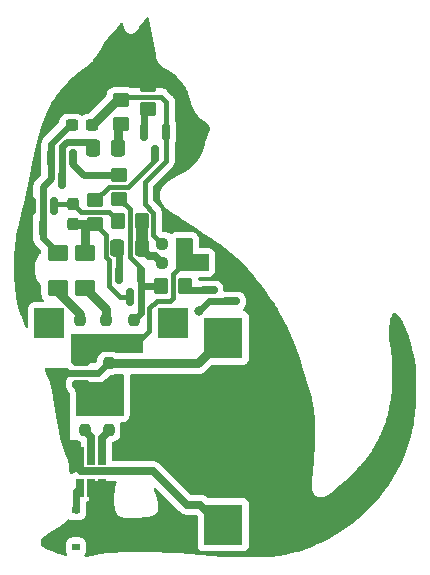
<source format=gbr>
%TF.GenerationSoftware,KiCad,Pcbnew,(6.99.0-575-gbe99240c8c)*%
%TF.CreationDate,2022-02-12T13:56:44+01:00*%
%TF.ProjectId,tuxpin,74757870-696e-42e6-9b69-6361645f7063,rev?*%
%TF.SameCoordinates,Original*%
%TF.FileFunction,Copper,L1,Top*%
%TF.FilePolarity,Positive*%
%FSLAX46Y46*%
G04 Gerber Fmt 4.6, Leading zero omitted, Abs format (unit mm)*
G04 Created by KiCad (PCBNEW (6.99.0-575-gbe99240c8c)) date 2022-02-12 13:56:44*
%MOMM*%
%LPD*%
G01*
G04 APERTURE LIST*
G04 Aperture macros list*
%AMRoundRect*
0 Rectangle with rounded corners*
0 $1 Rounding radius*
0 $2 $3 $4 $5 $6 $7 $8 $9 X,Y pos of 4 corners*
0 Add a 4 corners polygon primitive as box body*
4,1,4,$2,$3,$4,$5,$6,$7,$8,$9,$2,$3,0*
0 Add four circle primitives for the rounded corners*
1,1,$1+$1,$2,$3*
1,1,$1+$1,$4,$5*
1,1,$1+$1,$6,$7*
1,1,$1+$1,$8,$9*
0 Add four rect primitives between the rounded corners*
20,1,$1+$1,$2,$3,$4,$5,0*
20,1,$1+$1,$4,$5,$6,$7,0*
20,1,$1+$1,$6,$7,$8,$9,0*
20,1,$1+$1,$8,$9,$2,$3,0*%
G04 Aperture macros list end*
%TA.AperFunction,SMDPad,CuDef*%
%ADD10RoundRect,0.250000X0.450000X-0.350000X0.450000X0.350000X-0.450000X0.350000X-0.450000X-0.350000X0*%
%TD*%
%TA.AperFunction,SMDPad,CuDef*%
%ADD11RoundRect,0.250000X0.337500X0.475000X-0.337500X0.475000X-0.337500X-0.475000X0.337500X-0.475000X0*%
%TD*%
%TA.AperFunction,SMDPad,CuDef*%
%ADD12RoundRect,0.250000X-0.450000X0.350000X-0.450000X-0.350000X0.450000X-0.350000X0.450000X0.350000X0*%
%TD*%
%TA.AperFunction,SMDPad,CuDef*%
%ADD13RoundRect,0.150000X0.587500X0.150000X-0.587500X0.150000X-0.587500X-0.150000X0.587500X-0.150000X0*%
%TD*%
%TA.AperFunction,SMDPad,CuDef*%
%ADD14R,0.650000X0.600000*%
%TD*%
%TA.AperFunction,SMDPad,CuDef*%
%ADD15RoundRect,0.150000X-0.150000X0.587500X-0.150000X-0.587500X0.150000X-0.587500X0.150000X0.587500X0*%
%TD*%
%TA.AperFunction,SMDPad,CuDef*%
%ADD16RoundRect,0.237500X0.237500X-0.250000X0.237500X0.250000X-0.237500X0.250000X-0.237500X-0.250000X0*%
%TD*%
%TA.AperFunction,SMDPad,CuDef*%
%ADD17RoundRect,0.250000X-0.350000X-0.450000X0.350000X-0.450000X0.350000X0.450000X-0.350000X0.450000X0*%
%TD*%
%TA.AperFunction,SMDPad,CuDef*%
%ADD18RoundRect,0.250001X-0.624999X0.462499X-0.624999X-0.462499X0.624999X-0.462499X0.624999X0.462499X0*%
%TD*%
%TA.AperFunction,SMDPad,CuDef*%
%ADD19R,2.500000X2.500000*%
%TD*%
%TA.AperFunction,SMDPad,CuDef*%
%ADD20RoundRect,0.237500X0.250000X0.237500X-0.250000X0.237500X-0.250000X-0.237500X0.250000X-0.237500X0*%
%TD*%
%TA.AperFunction,SMDPad,CuDef*%
%ADD21R,0.650000X1.560000*%
%TD*%
%TA.AperFunction,SMDPad,CuDef*%
%ADD22RoundRect,0.250000X0.350000X0.450000X-0.350000X0.450000X-0.350000X-0.450000X0.350000X-0.450000X0*%
%TD*%
%TA.AperFunction,SMDPad,CuDef*%
%ADD23RoundRect,0.237500X-0.300000X-0.237500X0.300000X-0.237500X0.300000X0.237500X-0.300000X0.237500X0*%
%TD*%
%TA.AperFunction,SMDPad,CuDef*%
%ADD24R,3.300000X3.500000*%
%TD*%
%TA.AperFunction,SMDPad,CuDef*%
%ADD25C,10.200000*%
%TD*%
%TA.AperFunction,SMDPad,CuDef*%
%ADD26RoundRect,0.237500X-0.237500X0.300000X-0.237500X-0.300000X0.237500X-0.300000X0.237500X0.300000X0*%
%TD*%
%TA.AperFunction,ViaPad*%
%ADD27C,0.800000*%
%TD*%
%TA.AperFunction,ViaPad*%
%ADD28C,1.000000*%
%TD*%
%TA.AperFunction,Conductor*%
%ADD29C,0.400000*%
%TD*%
%TA.AperFunction,Conductor*%
%ADD30C,0.800000*%
%TD*%
%TA.AperFunction,Conductor*%
%ADD31C,0.600000*%
%TD*%
%TA.AperFunction,Conductor*%
%ADD32C,1.000000*%
%TD*%
%TA.AperFunction,Conductor*%
%ADD33C,0.700000*%
%TD*%
%TA.AperFunction,Conductor*%
%ADD34C,0.650000*%
%TD*%
G04 APERTURE END LIST*
D10*
%TO.P,R13,1*%
%TO.N,Net-(Q1-E)*%
X160528000Y-85709000D03*
%TO.P,R13,2*%
%TO.N,GND*%
X160528000Y-83709000D03*
%TD*%
D11*
%TO.P,C4,2*%
%TO.N,Net-(Q3-C)*%
X155934500Y-89027000D03*
%TO.P,C4,1*%
%TO.N,Net-(C4-Pad1)*%
X158009500Y-89027000D03*
%TD*%
D12*
%TO.P,R14,1*%
%TO.N,Net-(Q1-B)*%
X158242000Y-84979000D03*
%TO.P,R14,2*%
%TO.N,Net-(C4-Pad1)*%
X158242000Y-86979000D03*
%TD*%
D13*
%TO.P,Q2,1,B*%
%TO.N,Net-(Q2-B)*%
X167561500Y-102042000D03*
%TO.P,Q2,2,E*%
%TO.N,GND*%
X167561500Y-100142000D03*
%TO.P,Q2,3,C*%
%TO.N,Net-(Q2-C)*%
X165686500Y-101092000D03*
%TD*%
D14*
%TO.P,U1,1*%
%TO.N,GND*%
X157203999Y-119734999D03*
%TO.P,U1,2*%
X157203999Y-122834999D03*
%TO.P,U1,3*%
%TO.N,Net-(U2-IN)*%
X154453999Y-119734999D03*
%TO.P,U1,4*%
%TO.N,unconnected-(U1-Pad4)*%
X154453999Y-122834999D03*
%TD*%
D15*
%TO.P,Q3,1,B*%
%TO.N,Net-(Q3-B)*%
X154239000Y-89867500D03*
%TO.P,Q3,2,E*%
%TO.N,Net-(D2-K)*%
X152339000Y-89867500D03*
%TO.P,Q3,3,C*%
%TO.N,Net-(Q3-C)*%
X153289000Y-91742500D03*
%TD*%
D16*
%TO.P,R3,1*%
%TO.N,Net-(U2-~{OUT})*%
X157226000Y-112926500D03*
%TO.P,R3,2*%
%TO.N,Net-(Q6-B)*%
X157226000Y-111101500D03*
%TD*%
D17*
%TO.P,R10,1*%
%TO.N,Net-(Q5-B)*%
X161687000Y-100711000D03*
%TO.P,R10,2*%
%TO.N,Net-(Q2-C)*%
X163687000Y-100711000D03*
%TD*%
D13*
%TO.P,Q6,1,B*%
%TO.N,Net-(Q6-B)*%
X154861500Y-109027000D03*
%TO.P,Q6,2,E*%
%TO.N,VCC*%
X154861500Y-107127000D03*
%TO.P,Q6,3,C*%
%TO.N,+3V0*%
X152986500Y-108077000D03*
%TD*%
D18*
%TO.P,D2,1,K*%
%TO.N,Net-(D2-K)*%
X152908000Y-97953500D03*
%TO.P,D2,2,A*%
%TO.N,Net-(D2-A)*%
X152908000Y-100928500D03*
%TD*%
D12*
%TO.P,R11,2*%
%TO.N,Net-(Q5-B)*%
X158115000Y-93345000D03*
%TO.P,R11,1*%
%TO.N,Net-(Q3-B)*%
X158115000Y-91345000D03*
%TD*%
D19*
%TO.P,TP1,1,1*%
%TO.N,unconnected-(TP1-Pad1)*%
X152145999Y-103885999D03*
%TD*%
D20*
%TO.P,R9,2*%
%TO.N,Net-(C2-Pad1)*%
X161774500Y-98806000D03*
%TO.P,R9,1*%
%TO.N,VCC*%
X163599500Y-98806000D03*
%TD*%
D16*
%TO.P,R5,1*%
%TO.N,Net-(U2-OUT)*%
X155194000Y-112910500D03*
%TO.P,R5,2*%
%TO.N,Net-(Q6-B)*%
X155194000Y-111085500D03*
%TD*%
D21*
%TO.P,U2,1,IN*%
%TO.N,Net-(U2-IN)*%
X154751999Y-117808999D03*
%TO.P,U2,2,GND*%
%TO.N,GND*%
X155701999Y-117808999D03*
%TO.P,U2,3,CLEAR*%
X156651999Y-117808999D03*
%TO.P,U2,4,~{OUT}*%
%TO.N,Net-(U2-~{OUT})*%
X156651999Y-115108999D03*
%TO.P,U2,5,OUT*%
%TO.N,Net-(U2-OUT)*%
X155701999Y-115108999D03*
%TO.P,U2,6,VCC*%
%TO.N,+3V0*%
X154751999Y-115108999D03*
%TD*%
D15*
%TO.P,Q5,1,B*%
%TO.N,Net-(Q5-B)*%
X159954000Y-99773500D03*
%TO.P,Q5,2,E*%
%TO.N,Net-(Q5-E)*%
X158054000Y-99773500D03*
%TO.P,Q5,3,C*%
%TO.N,Net-(D1-K)*%
X159004000Y-101648500D03*
%TD*%
D16*
%TO.P,R4,1*%
%TO.N,VCC*%
X154813000Y-105433500D03*
%TO.P,R4,2*%
%TO.N,Net-(D2-A)*%
X154813000Y-103608500D03*
%TD*%
D22*
%TO.P,R12,1*%
%TO.N,Net-(C2-Pad1)*%
X160004000Y-95250000D03*
%TO.P,R12,2*%
%TO.N,Net-(Q4-B)*%
X158004000Y-95250000D03*
%TD*%
D10*
%TO.P,R7,2*%
%TO.N,Net-(Q1-C)*%
X156083000Y-93488000D03*
%TO.P,R7,1*%
%TO.N,Net-(D1-K)*%
X156083000Y-95488000D03*
%TD*%
D19*
%TO.P,TP2,1,1*%
%TO.N,unconnected-(TP2-Pad1)*%
X162686999Y-103885999D03*
%TD*%
D23*
%TO.P,C1,1*%
%TO.N,Net-(D2-K)*%
X154077500Y-87122000D03*
%TO.P,C1,2*%
%TO.N,Net-(Q1-B)*%
X155802500Y-87122000D03*
%TD*%
D16*
%TO.P,R2,1*%
%TO.N,VCC*%
X159385000Y-105433500D03*
%TO.P,R2,2*%
%TO.N,Net-(Q5-B)*%
X159385000Y-103608500D03*
%TD*%
D15*
%TO.P,Q4,1,B*%
%TO.N,Net-(Q4-B)*%
X152588000Y-93931500D03*
%TO.P,Q4,2,E*%
%TO.N,GND*%
X150688000Y-93931500D03*
%TO.P,Q4,3,C*%
%TO.N,Net-(D2-K)*%
X151638000Y-95806500D03*
%TD*%
D16*
%TO.P,R6,1*%
%TO.N,Net-(Q6-B)*%
X157226000Y-109116500D03*
%TO.P,R6,2*%
%TO.N,+3V0*%
X157226000Y-107291500D03*
%TD*%
D20*
%TO.P,R8,1*%
%TO.N,VCC*%
X163599500Y-97155000D03*
%TO.P,R8,2*%
%TO.N,Net-(Q1-B)*%
X161774500Y-97155000D03*
%TD*%
D24*
%TO.P,BT1,1,+*%
%TO.N,+3V0*%
X166918999Y-120929999D03*
X166918999Y-105129999D03*
D25*
%TO.P,BT1,2,-*%
%TO.N,GND*%
X166919000Y-113030000D03*
%TD*%
D15*
%TO.P,Q1,3,C*%
%TO.N,Net-(Q1-C)*%
X161163000Y-89535000D03*
%TO.P,Q1,2,E*%
%TO.N,Net-(Q1-E)*%
X160213000Y-87660000D03*
%TO.P,Q1,1,B*%
%TO.N,Net-(Q1-B)*%
X162113000Y-87660000D03*
%TD*%
D18*
%TO.P,D1,1,K*%
%TO.N,Net-(D1-K)*%
X155194000Y-97953500D03*
%TO.P,D1,2,A*%
%TO.N,Net-(D1-A)*%
X155194000Y-100928500D03*
%TD*%
D26*
%TO.P,C3,1*%
%TO.N,Net-(Q4-B)*%
X154178000Y-93752500D03*
%TO.P,C3,2*%
%TO.N,Net-(D1-K)*%
X154178000Y-95477500D03*
%TD*%
D11*
%TO.P,C2,1*%
%TO.N,Net-(C2-Pad1)*%
X160041500Y-97536000D03*
%TO.P,C2,2*%
%TO.N,Net-(Q5-E)*%
X157966500Y-97536000D03*
%TD*%
D16*
%TO.P,R1,1*%
%TO.N,VCC*%
X156972000Y-105433500D03*
%TO.P,R1,2*%
%TO.N,Net-(D1-A)*%
X156972000Y-103608500D03*
%TD*%
D27*
%TO.N,Net-(Q2-B)*%
X164846000Y-102870000D03*
%TO.N,VCC*%
X164973000Y-98679000D03*
D28*
%TO.N,GND*%
X155829000Y-121285000D03*
%TD*%
D29*
%TO.N,Net-(Q1-B)*%
X161774500Y-97155000D02*
X161003520Y-96384020D01*
X161003520Y-96384020D02*
X161003520Y-94530961D01*
X161003520Y-94530961D02*
X160274000Y-93801441D01*
X160274000Y-93801441D02*
X160274000Y-91948000D01*
X160274000Y-91948000D02*
X162113000Y-90109000D01*
X162113000Y-90109000D02*
X162113000Y-87660000D01*
D30*
%TO.N,+3V0*%
X157226000Y-107291500D02*
X164757500Y-107291500D01*
X164757500Y-107291500D02*
X166919000Y-105130000D01*
D31*
%TO.N,Net-(Q2-B)*%
X167561500Y-102042000D02*
X165674000Y-102042000D01*
X165674000Y-102042000D02*
X164846000Y-102870000D01*
D29*
%TO.N,Net-(D1-K)*%
X159004000Y-101648500D02*
X158163500Y-101648500D01*
X158163500Y-101648500D02*
X157226000Y-100711000D01*
X157226000Y-100711000D02*
X157226000Y-98552000D01*
X156972000Y-98298000D02*
X156972000Y-96377000D01*
X157226000Y-98552000D02*
X156972000Y-98298000D01*
X156972000Y-96377000D02*
X156083000Y-95488000D01*
D30*
X155194000Y-97953500D02*
X155194000Y-95504000D01*
X154178000Y-95477500D02*
X155167500Y-95477500D01*
X155167500Y-95477500D02*
X156072500Y-95477500D01*
X155194000Y-95504000D02*
X155167500Y-95477500D01*
X156072500Y-95477500D02*
X156083000Y-95488000D01*
D31*
%TO.N,Net-(D2-K)*%
X151638000Y-95806500D02*
X151638000Y-96683500D01*
X151638000Y-96683500D02*
X152908000Y-97953500D01*
%TO.N,Net-(Q1-E)*%
X160213000Y-87660000D02*
X160213000Y-86024000D01*
X160213000Y-86024000D02*
X160528000Y-85709000D01*
D29*
%TO.N,Net-(Q1-B)*%
X158242000Y-84979000D02*
X158511520Y-84709480D01*
X158511520Y-84709480D02*
X161671480Y-84709480D01*
X161671480Y-84709480D02*
X162113000Y-85151000D01*
X162113000Y-85151000D02*
X162113000Y-87660000D01*
D31*
%TO.N,Net-(Q3-C)*%
X153289000Y-88887692D02*
X153663846Y-88512846D01*
X153289000Y-91742500D02*
X153289000Y-88887692D01*
X153663846Y-88512846D02*
X155420346Y-88512846D01*
X155420346Y-88512846D02*
X155934500Y-89027000D01*
%TO.N,Net-(D2-K)*%
X154077500Y-87122000D02*
X153924000Y-87122000D01*
X153924000Y-87122000D02*
X152339000Y-88707000D01*
X152339000Y-88707000D02*
X152339000Y-89867500D01*
X151638000Y-95806500D02*
X151638000Y-92329000D01*
X151638000Y-92329000D02*
X152339000Y-91628000D01*
X152339000Y-91628000D02*
X152339000Y-89867500D01*
%TO.N,Net-(Q3-B)*%
X155099000Y-91345000D02*
X158115000Y-91345000D01*
X154239000Y-89867500D02*
X154239000Y-90485000D01*
X154239000Y-90485000D02*
X155099000Y-91345000D01*
D29*
%TO.N,Net-(Q1-C)*%
X156083000Y-93488000D02*
X157225520Y-92345480D01*
X157225520Y-92345480D02*
X158860520Y-92345480D01*
X161163000Y-90043000D02*
X161163000Y-89535000D01*
X158860520Y-92345480D02*
X161163000Y-90043000D01*
D31*
%TO.N,Net-(Q2-C)*%
X165686500Y-101092000D02*
X164068000Y-101092000D01*
X164068000Y-101092000D02*
X163687000Y-100711000D01*
D30*
%TO.N,Net-(Q1-B)*%
X158242000Y-84979000D02*
X157945500Y-84979000D01*
X157945500Y-84979000D02*
X155802500Y-87122000D01*
%TO.N,Net-(C4-Pad1)*%
X158009500Y-89027000D02*
X158009500Y-87211500D01*
X158009500Y-87211500D02*
X158242000Y-86979000D01*
D32*
%TO.N,Net-(C2-Pad1)*%
X160041500Y-97536000D02*
X160041500Y-95287500D01*
X160041500Y-95287500D02*
X160004000Y-95250000D01*
D29*
%TO.N,Net-(Q5-B)*%
X158115000Y-93345000D02*
X159003520Y-94233520D01*
X159003520Y-94233520D02*
X159003520Y-98297520D01*
X159003520Y-98297520D02*
X159954000Y-99248000D01*
X159954000Y-99248000D02*
X159954000Y-99773500D01*
%TO.N,Net-(Q4-B)*%
X154178000Y-93752500D02*
X152767000Y-93752500D01*
X152767000Y-93752500D02*
X152588000Y-93931500D01*
X154913980Y-94488480D02*
X157242480Y-94488480D01*
X154913980Y-94488480D02*
X154178000Y-93752500D01*
X158004000Y-95250000D02*
X157242480Y-94488480D01*
D30*
%TO.N,Net-(D1-A)*%
X156972000Y-103608500D02*
X156972000Y-102706500D01*
X156972000Y-102706500D02*
X155194000Y-100928500D01*
%TO.N,Net-(D2-A)*%
X154813000Y-103608500D02*
X154813000Y-103124000D01*
X154813000Y-103124000D02*
X152908000Y-101219000D01*
X152908000Y-101219000D02*
X152908000Y-100928500D01*
D33*
%TO.N,Net-(C2-Pad1)*%
X161774500Y-98806000D02*
X161774500Y-98782500D01*
X161774500Y-98782500D02*
X161152250Y-98160250D01*
X161152250Y-98160250D02*
X160665750Y-98160250D01*
X160665750Y-98160250D02*
X160041500Y-97536000D01*
D31*
%TO.N,Net-(Q5-B)*%
X159954000Y-99773500D02*
X159954000Y-100650000D01*
X159954000Y-100650000D02*
X159954000Y-103039500D01*
X161687000Y-100711000D02*
X160015000Y-100711000D01*
X160015000Y-100711000D02*
X159954000Y-100650000D01*
X159954000Y-103039500D02*
X159385000Y-103608500D01*
%TO.N,Net-(Q5-E)*%
X158054000Y-99773500D02*
X158054000Y-97623500D01*
X158054000Y-97623500D02*
X157966500Y-97536000D01*
D29*
%TO.N,VCC*%
X159385000Y-105433500D02*
X159742500Y-105433500D01*
X159742500Y-105433500D02*
X160655000Y-104521000D01*
X160655000Y-104521000D02*
X160655000Y-102616000D01*
X160655000Y-102616000D02*
X161290000Y-101981000D01*
X161290000Y-101981000D02*
X162433000Y-101981000D01*
X162433000Y-101981000D02*
X162687480Y-101726520D01*
X162687480Y-101726520D02*
X162687480Y-99718020D01*
X162687480Y-99718020D02*
X163599500Y-98806000D01*
%TO.N,Net-(Q5-E)*%
X158054000Y-99773500D02*
X158054000Y-97877500D01*
X158054000Y-97877500D02*
X158141500Y-97790000D01*
D34*
%TO.N,+3V0*%
X154852489Y-116413511D02*
X160990511Y-116413511D01*
X160990511Y-116413511D02*
X163830000Y-119253000D01*
X160990511Y-116413511D02*
X162496500Y-117919500D01*
X163830000Y-119253000D02*
X164988000Y-119253000D01*
X164988000Y-119253000D02*
X166792000Y-121057000D01*
X154752000Y-116313022D02*
X154852489Y-116413511D01*
D31*
X162496500Y-117919500D02*
X163830000Y-119253000D01*
X156353000Y-108077000D02*
X157226000Y-107204000D01*
X152986500Y-108077000D02*
X156353000Y-108077000D01*
D34*
X154752000Y-115109000D02*
X154752000Y-116313022D01*
D31*
%TO.N,Net-(U2-IN)*%
X154454000Y-119735000D02*
X154454000Y-118107000D01*
X154454000Y-118107000D02*
X154752000Y-117809000D01*
D34*
%TO.N,Net-(U2-~{OUT})*%
X156652000Y-113588000D02*
X157226000Y-113014000D01*
X156652000Y-115109000D02*
X156652000Y-113588000D01*
%TO.N,Net-(U2-OUT)*%
X155702000Y-113506000D02*
X155194000Y-112998000D01*
X155702000Y-115109000D02*
X155702000Y-113506000D01*
%TD*%
%TA.AperFunction,Conductor*%
%TO.N,Net-(Q6-B)*%
G36*
X158438121Y-108224002D02*
G01*
X158484614Y-108277658D01*
X158496000Y-108330000D01*
X158496000Y-111634000D01*
X158475998Y-111702121D01*
X158422342Y-111748614D01*
X158370000Y-111760000D01*
X154558000Y-111760000D01*
X154489879Y-111739998D01*
X154443386Y-111686342D01*
X154432000Y-111634000D01*
X154432000Y-109805986D01*
X154424683Y-109720075D01*
X154417476Y-109678073D01*
X154395738Y-109594645D01*
X154328629Y-109466570D01*
X154304794Y-109433565D01*
X154289701Y-109412665D01*
X154289698Y-109412662D01*
X154287064Y-109409014D01*
X154232524Y-109352581D01*
X154225250Y-109343396D01*
X154226403Y-109342243D01*
X154165394Y-109281234D01*
X154146036Y-109256279D01*
X154142885Y-109250951D01*
X154130342Y-109221966D01*
X154128504Y-109215640D01*
X154123500Y-109180485D01*
X154123500Y-109011500D01*
X154143502Y-108943379D01*
X154197158Y-108896886D01*
X154249500Y-108885500D01*
X156444097Y-108885500D01*
X156481743Y-108876908D01*
X156495669Y-108874541D01*
X156503193Y-108873694D01*
X156527021Y-108871009D01*
X156527024Y-108871008D01*
X156534047Y-108870217D01*
X156570497Y-108857462D01*
X156584075Y-108853551D01*
X156614822Y-108846534D01*
X156614827Y-108846532D01*
X156621720Y-108844959D01*
X156656515Y-108828203D01*
X156669566Y-108822797D01*
X156673893Y-108821283D01*
X156706015Y-108810043D01*
X156738713Y-108789498D01*
X156751074Y-108782666D01*
X156765916Y-108775518D01*
X156779494Y-108768980D01*
X156779497Y-108768978D01*
X156785870Y-108765909D01*
X156816072Y-108741823D01*
X156827578Y-108733659D01*
X156860281Y-108713111D01*
X156989111Y-108584281D01*
X157248987Y-108324404D01*
X157311299Y-108290378D01*
X157338082Y-108287499D01*
X157513212Y-108287499D01*
X157516389Y-108287174D01*
X157516398Y-108287174D01*
X157564265Y-108282284D01*
X157615381Y-108277062D01*
X157780920Y-108222209D01*
X157787169Y-108218354D01*
X157792634Y-108215806D01*
X157845886Y-108204000D01*
X158370000Y-108204000D01*
X158438121Y-108224002D01*
G37*
%TD.AperFunction*%
%TD*%
%TA.AperFunction,Conductor*%
%TO.N,+3V0*%
G36*
X153777671Y-107716002D02*
G01*
X153798645Y-107732905D01*
X153867193Y-107801453D01*
X153874017Y-107805489D01*
X153875228Y-107806428D01*
X153916793Y-107863984D01*
X153924000Y-107905986D01*
X153924000Y-108248014D01*
X153903998Y-108316135D01*
X153875228Y-108347572D01*
X153874017Y-108348511D01*
X153867193Y-108352547D01*
X153749547Y-108470193D01*
X153745511Y-108477017D01*
X153745509Y-108477020D01*
X153705560Y-108544571D01*
X153664855Y-108613399D01*
X153662644Y-108621010D01*
X153662643Y-108621012D01*
X153657900Y-108637337D01*
X153618438Y-108773169D01*
X153615500Y-108810498D01*
X153615500Y-109243502D01*
X153618438Y-109280831D01*
X153664855Y-109440601D01*
X153668892Y-109447427D01*
X153745509Y-109576980D01*
X153745511Y-109576983D01*
X153749547Y-109583807D01*
X153867193Y-109701453D01*
X153874017Y-109705489D01*
X153875228Y-109706428D01*
X153916793Y-109763984D01*
X153924000Y-109805986D01*
X153924000Y-113792000D01*
X154523566Y-113792000D01*
X154589714Y-113810759D01*
X154639080Y-113841209D01*
X154677522Y-113853947D01*
X154782132Y-113888611D01*
X154840504Y-113929025D01*
X154867760Y-113994581D01*
X154868500Y-114008216D01*
X154868500Y-115937638D01*
X154875011Y-115998201D01*
X154926111Y-116135204D01*
X155013739Y-116252261D01*
X155020950Y-116257659D01*
X155069004Y-116293632D01*
X155111551Y-116350468D01*
X155116615Y-116421283D01*
X155082590Y-116483596D01*
X155020278Y-116517621D01*
X154993495Y-116520500D01*
X154378362Y-116520500D01*
X154375015Y-116520860D01*
X154375012Y-116520860D01*
X154354705Y-116523043D01*
X154317799Y-116527011D01*
X154180796Y-116578111D01*
X154113391Y-116628570D01*
X154046871Y-116653381D01*
X153977497Y-116638290D01*
X153927295Y-116588088D01*
X153912366Y-116538735D01*
X153911578Y-116529764D01*
X153891884Y-116305733D01*
X153891717Y-116302880D01*
X153891829Y-116300233D01*
X153888588Y-116268133D01*
X153888440Y-116266559D01*
X153887183Y-116252261D01*
X153885616Y-116234429D01*
X153885009Y-116231840D01*
X153884638Y-116229001D01*
X153861337Y-115998201D01*
X153843748Y-115823969D01*
X153843219Y-115806105D01*
X153844377Y-115778188D01*
X153826710Y-115707272D01*
X153823476Y-115694251D01*
X153811380Y-115645538D01*
X153811379Y-115645534D01*
X153809208Y-115636794D01*
X153795105Y-115612668D01*
X153787206Y-115596644D01*
X153738442Y-115476976D01*
X153670159Y-115309411D01*
X153591830Y-115117192D01*
X153589753Y-115111737D01*
X153411660Y-114609274D01*
X153409982Y-114604200D01*
X153257093Y-114106805D01*
X153255772Y-114102195D01*
X153125032Y-113611015D01*
X153124019Y-113606940D01*
X153012313Y-113122917D01*
X153011572Y-113119484D01*
X152996538Y-113044779D01*
X152916371Y-112646442D01*
X152915661Y-112642612D01*
X152758538Y-111714393D01*
X152758235Y-111712514D01*
X152530203Y-110229568D01*
X152505115Y-110066419D01*
X152504314Y-110058449D01*
X152503862Y-110054677D01*
X152503647Y-110050191D01*
X152499043Y-110026337D01*
X152498227Y-110021624D01*
X152495226Y-110002110D01*
X152494542Y-109997660D01*
X152493233Y-109993357D01*
X152492378Y-109989604D01*
X152490465Y-109981889D01*
X152431533Y-109676531D01*
X152430466Y-109668857D01*
X152429840Y-109664906D01*
X152429454Y-109660414D01*
X152423949Y-109636752D01*
X152422954Y-109632076D01*
X152419199Y-109612617D01*
X152419198Y-109612614D01*
X152418346Y-109608198D01*
X152416873Y-109603946D01*
X152415845Y-109600112D01*
X152413682Y-109592618D01*
X152346781Y-109305057D01*
X152344719Y-109293960D01*
X152344251Y-109290613D01*
X152344249Y-109290605D01*
X152343626Y-109286147D01*
X152338210Y-109267432D01*
X152336522Y-109260960D01*
X152333125Y-109246359D01*
X152333122Y-109246350D01*
X152332103Y-109241969D01*
X152330469Y-109237774D01*
X152330466Y-109237764D01*
X152329238Y-109234611D01*
X152325614Y-109223911D01*
X152246288Y-108949814D01*
X152244092Y-108941063D01*
X152242190Y-108932144D01*
X152242187Y-108932135D01*
X152241250Y-108927739D01*
X152236494Y-108914824D01*
X152233699Y-108906314D01*
X152231121Y-108897405D01*
X152231117Y-108897394D01*
X152229869Y-108893082D01*
X152224258Y-108880667D01*
X152220841Y-108872322D01*
X152128685Y-108622098D01*
X152125353Y-108611676D01*
X152124229Y-108607551D01*
X152124227Y-108607544D01*
X152123047Y-108603214D01*
X152121264Y-108599098D01*
X152121260Y-108599086D01*
X152115646Y-108586124D01*
X152113032Y-108579596D01*
X152108150Y-108566343D01*
X152106596Y-108562123D01*
X152102424Y-108554406D01*
X152097646Y-108544571D01*
X152023659Y-108373756D01*
X152021527Y-108368512D01*
X152020540Y-108365917D01*
X152019244Y-108361609D01*
X152015034Y-108352547D01*
X152007430Y-108336180D01*
X152006079Y-108333171D01*
X151998700Y-108316135D01*
X151994941Y-108307456D01*
X151992583Y-108303622D01*
X151991304Y-108301167D01*
X151988790Y-108296061D01*
X151922290Y-108152931D01*
X151919867Y-108147369D01*
X151919676Y-108146899D01*
X151918280Y-108142622D01*
X151916291Y-108138588D01*
X151916287Y-108138579D01*
X151905460Y-108116624D01*
X151904198Y-108113990D01*
X151901362Y-108107885D01*
X151891993Y-108087722D01*
X151889534Y-108083951D01*
X151889296Y-108083521D01*
X151886491Y-108078162D01*
X151821803Y-107946990D01*
X151820082Y-107943247D01*
X151818945Y-107939956D01*
X151804833Y-107912536D01*
X151803861Y-107910608D01*
X151792161Y-107886883D01*
X151792158Y-107886877D01*
X151790171Y-107882849D01*
X151790680Y-107882598D01*
X151774289Y-107816761D01*
X151797106Y-107749530D01*
X151852649Y-107705309D01*
X151900180Y-107696000D01*
X153709550Y-107696000D01*
X153777671Y-107716002D01*
G37*
%TD.AperFunction*%
%TD*%
%TA.AperFunction,Conductor*%
%TO.N,VCC*%
G36*
X160089121Y-104795002D02*
G01*
X160135614Y-104848658D01*
X160147000Y-104901000D01*
X160147000Y-106257000D01*
X160126998Y-106325121D01*
X160073342Y-106371614D01*
X160021000Y-106383000D01*
X157852659Y-106383000D01*
X157794404Y-106366479D01*
X157793814Y-106367744D01*
X157787163Y-106364642D01*
X157780920Y-106360791D01*
X157773959Y-106358484D01*
X157773956Y-106358483D01*
X157621907Y-106308100D01*
X157621903Y-106308099D01*
X157615381Y-106305938D01*
X157608547Y-106305240D01*
X157608543Y-106305239D01*
X157516397Y-106295825D01*
X157516391Y-106295825D01*
X157513213Y-106295500D01*
X157226045Y-106295500D01*
X156938788Y-106295501D01*
X156935611Y-106295826D01*
X156935602Y-106295826D01*
X156887735Y-106300716D01*
X156836619Y-106305938D01*
X156671080Y-106360791D01*
X156522654Y-106452342D01*
X156399342Y-106575654D01*
X156307791Y-106724080D01*
X156300372Y-106746470D01*
X156261359Y-106864207D01*
X156252938Y-106889619D01*
X156252240Y-106896453D01*
X156252239Y-106896457D01*
X156242825Y-106988603D01*
X156242500Y-106991787D01*
X156242500Y-106994990D01*
X156242337Y-106998194D01*
X156240682Y-106998110D01*
X156222498Y-107060039D01*
X156205595Y-107081013D01*
X156055013Y-107231595D01*
X155992701Y-107265621D01*
X155965918Y-107268500D01*
X154177000Y-107268500D01*
X154108879Y-107248498D01*
X154062386Y-107194842D01*
X154051000Y-107142500D01*
X154051000Y-104901000D01*
X154071002Y-104832879D01*
X154124658Y-104786386D01*
X154177000Y-104775000D01*
X160021000Y-104775000D01*
X160089121Y-104795002D01*
G37*
%TD.AperFunction*%
%TD*%
%TA.AperFunction,Conductor*%
%TO.N,GND*%
G36*
X160567945Y-77988621D02*
G01*
X160626702Y-78028473D01*
X160653605Y-78087049D01*
X161196513Y-81214481D01*
X161202511Y-81249035D01*
X161203735Y-81259175D01*
X161203141Y-81267136D01*
X161215847Y-81326414D01*
X161216781Y-81331236D01*
X161220867Y-81354777D01*
X161222261Y-81359059D01*
X161222909Y-81361672D01*
X161224370Y-81367100D01*
X161225119Y-81369681D01*
X161226062Y-81374078D01*
X161227622Y-81378299D01*
X161227622Y-81378300D01*
X161234338Y-81396475D01*
X161235960Y-81401143D01*
X161254719Y-81458777D01*
X161255924Y-81460538D01*
X161256661Y-81464782D01*
X161258346Y-81464075D01*
X161265417Y-81480928D01*
X161267418Y-81486002D01*
X161275253Y-81507209D01*
X161277401Y-81511171D01*
X161277403Y-81511176D01*
X161277526Y-81511403D01*
X161282925Y-81522663D01*
X161284258Y-81525838D01*
X161288420Y-81537271D01*
X161290121Y-81542753D01*
X161292047Y-81546808D01*
X161292048Y-81546809D01*
X161299410Y-81562303D01*
X161301787Y-81567620D01*
X161310168Y-81587595D01*
X161312476Y-81591445D01*
X161312477Y-81591447D01*
X161313110Y-81592502D01*
X161318861Y-81603240D01*
X161319715Y-81605038D01*
X161324263Y-81615897D01*
X161326524Y-81622094D01*
X161328648Y-81626051D01*
X161328651Y-81626058D01*
X161336342Y-81640387D01*
X161339127Y-81645895D01*
X161348058Y-81664690D01*
X161351711Y-81670189D01*
X161357852Y-81680460D01*
X161358172Y-81681058D01*
X161363071Y-81691297D01*
X161365935Y-81698048D01*
X161368268Y-81701906D01*
X161368269Y-81701907D01*
X161376322Y-81715222D01*
X161379526Y-81720840D01*
X161386874Y-81734530D01*
X161389003Y-81738496D01*
X161391673Y-81742116D01*
X161391674Y-81742118D01*
X161393178Y-81744157D01*
X161405000Y-81763665D01*
X161408322Y-81770469D01*
X161419298Y-81786616D01*
X161422900Y-81792231D01*
X161433009Y-81808945D01*
X161435870Y-81812435D01*
X161435871Y-81812436D01*
X161437396Y-81814296D01*
X161450042Y-81832884D01*
X161453534Y-81839155D01*
X161456259Y-81842733D01*
X161456262Y-81842738D01*
X161465198Y-81854473D01*
X161469157Y-81859972D01*
X161470502Y-81861950D01*
X161479985Y-81875901D01*
X161483019Y-81879225D01*
X161484325Y-81880656D01*
X161497882Y-81898458D01*
X161501317Y-81903913D01*
X161513818Y-81918613D01*
X161518052Y-81923875D01*
X161526978Y-81935597D01*
X161526982Y-81935601D01*
X161529711Y-81939185D01*
X161532923Y-81942344D01*
X161533681Y-81943090D01*
X161545840Y-81957404D01*
X161545850Y-81957396D01*
X161546299Y-81957944D01*
X161548255Y-81960247D01*
X161551293Y-81964550D01*
X161554383Y-81967817D01*
X161564752Y-81978780D01*
X161569189Y-81983727D01*
X161581876Y-81998646D01*
X161585256Y-82001630D01*
X161588404Y-82004837D01*
X161588321Y-82004918D01*
X161597085Y-82014202D01*
X161597208Y-82014091D01*
X161600228Y-82017419D01*
X161603008Y-82020959D01*
X161617649Y-82034942D01*
X161622125Y-82039440D01*
X161636033Y-82054144D01*
X161639564Y-82056944D01*
X161642875Y-82059978D01*
X161642676Y-82060195D01*
X161649560Y-82066789D01*
X161649819Y-82066530D01*
X161653013Y-82069728D01*
X161655950Y-82073120D01*
X161659343Y-82076063D01*
X161671920Y-82086972D01*
X161676383Y-82091034D01*
X161688429Y-82102539D01*
X161688434Y-82102543D01*
X161691683Y-82105646D01*
X161695343Y-82108257D01*
X161698815Y-82111128D01*
X161698696Y-82111272D01*
X161704145Y-82115688D01*
X161706545Y-82117886D01*
X161709639Y-82121157D01*
X161713171Y-82123957D01*
X161727125Y-82135019D01*
X161731414Y-82138576D01*
X161744872Y-82150250D01*
X161744877Y-82150253D01*
X161748276Y-82153202D01*
X161752065Y-82155640D01*
X161754795Y-82157685D01*
X161760426Y-82162169D01*
X161763590Y-82165258D01*
X161781222Y-82178127D01*
X161782747Y-82179240D01*
X161786738Y-82182276D01*
X161805317Y-82197004D01*
X161809199Y-82199266D01*
X161809591Y-82199533D01*
X161814809Y-82203361D01*
X161817399Y-82205718D01*
X161821123Y-82208241D01*
X161821130Y-82208247D01*
X161838314Y-82219891D01*
X161841913Y-82222422D01*
X161862314Y-82237312D01*
X161865415Y-82238957D01*
X161870506Y-82242380D01*
X161872399Y-82243745D01*
X161875852Y-82246632D01*
X161895417Y-82258719D01*
X161899831Y-82261576D01*
X161918870Y-82274478D01*
X161922917Y-82276447D01*
X161923111Y-82276559D01*
X161933918Y-82282506D01*
X161950500Y-82292750D01*
X161967633Y-82303335D01*
X161977477Y-82310081D01*
X161978884Y-82311147D01*
X161978891Y-82311151D01*
X161982467Y-82313860D01*
X161986400Y-82316036D01*
X161986401Y-82316037D01*
X162000934Y-82324079D01*
X162006158Y-82327136D01*
X162020298Y-82335872D01*
X162020303Y-82335874D01*
X162024130Y-82338239D01*
X162028252Y-82340034D01*
X162028261Y-82340038D01*
X162029874Y-82340740D01*
X162040590Y-82346022D01*
X162399888Y-82544845D01*
X162403844Y-82547129D01*
X162448117Y-82573788D01*
X162497419Y-82603476D01*
X162500428Y-82605346D01*
X162544533Y-82633624D01*
X162546751Y-82635080D01*
X162593536Y-82666526D01*
X162595913Y-82668165D01*
X162643214Y-82701583D01*
X162645727Y-82703405D01*
X162693838Y-82739204D01*
X162696406Y-82741167D01*
X162745457Y-82779659D01*
X162748002Y-82781710D01*
X162783440Y-82811060D01*
X162791587Y-82818431D01*
X162970148Y-82994765D01*
X162988971Y-83013353D01*
X162990008Y-83014390D01*
X163141563Y-83167599D01*
X163171845Y-83198212D01*
X163173544Y-83199963D01*
X163324171Y-83358250D01*
X163326679Y-83360964D01*
X163447782Y-83495941D01*
X163448556Y-83496804D01*
X163451949Y-83500746D01*
X163548520Y-83617756D01*
X163552696Y-83623103D01*
X163631547Y-83729866D01*
X163634987Y-83734763D01*
X163663929Y-83778116D01*
X163666246Y-83781718D01*
X163694855Y-83827898D01*
X163697065Y-83831607D01*
X163723431Y-83877669D01*
X163725489Y-83881412D01*
X163748002Y-83924097D01*
X163750721Y-83929572D01*
X163794859Y-84024189D01*
X163800720Y-84036752D01*
X163803508Y-84043193D01*
X163844172Y-84144783D01*
X163851310Y-84162617D01*
X163853137Y-84167467D01*
X163903752Y-84310734D01*
X163904803Y-84313837D01*
X163960269Y-84484868D01*
X163960823Y-84486619D01*
X164085934Y-84892467D01*
X164086052Y-84892900D01*
X164086136Y-84893427D01*
X164096800Y-84927715D01*
X164107254Y-84961626D01*
X164107478Y-84962100D01*
X164107624Y-84962519D01*
X164170578Y-85164926D01*
X164171029Y-85166556D01*
X164171319Y-85168276D01*
X164181657Y-85200558D01*
X164181870Y-85201233D01*
X164191910Y-85233514D01*
X164192657Y-85235082D01*
X164193223Y-85236675D01*
X164277593Y-85500141D01*
X164279001Y-85504848D01*
X164285412Y-85527937D01*
X164287224Y-85532063D01*
X164288208Y-85534826D01*
X164290009Y-85539585D01*
X164291079Y-85542255D01*
X164292450Y-85546535D01*
X164302952Y-85568127D01*
X164305012Y-85572583D01*
X164305476Y-85573641D01*
X164307756Y-85579715D01*
X164307818Y-85579691D01*
X164309472Y-85583876D01*
X164310822Y-85588165D01*
X164312767Y-85592216D01*
X164312768Y-85592217D01*
X164321873Y-85611174D01*
X164323664Y-85615072D01*
X164333924Y-85638443D01*
X164336306Y-85642272D01*
X164336956Y-85643505D01*
X164340470Y-85650882D01*
X164341564Y-85654048D01*
X164354182Y-85678551D01*
X164355735Y-85681672D01*
X164367650Y-85706480D01*
X164370164Y-85710229D01*
X164371069Y-85711813D01*
X164376232Y-85721869D01*
X164377809Y-85726085D01*
X164379972Y-85730036D01*
X164379974Y-85730041D01*
X164391395Y-85750905D01*
X164392891Y-85753722D01*
X164403805Y-85774917D01*
X164405865Y-85778917D01*
X164408472Y-85782583D01*
X164409537Y-85784331D01*
X164412448Y-85789369D01*
X164414404Y-85792943D01*
X164417098Y-85798150D01*
X164417830Y-85799649D01*
X164419510Y-85803821D01*
X164421765Y-85807708D01*
X164433789Y-85828439D01*
X164435310Y-85831138D01*
X164449002Y-85856152D01*
X164451690Y-85859736D01*
X164452613Y-85861169D01*
X164455666Y-85866160D01*
X164460925Y-85875225D01*
X164463712Y-85880294D01*
X164464764Y-85882315D01*
X164466548Y-85886439D01*
X164468900Y-85890265D01*
X164468901Y-85890267D01*
X164481340Y-85910501D01*
X164482990Y-85913265D01*
X164497147Y-85937673D01*
X164499937Y-85941205D01*
X164501207Y-85943074D01*
X164504342Y-85947921D01*
X164512301Y-85960868D01*
X164515101Y-85965657D01*
X164516913Y-85968918D01*
X164518810Y-85972993D01*
X164521268Y-85976756D01*
X164521271Y-85976762D01*
X164533926Y-85996138D01*
X164535753Y-85999019D01*
X164550260Y-86022619D01*
X164553134Y-86026073D01*
X164555303Y-86029094D01*
X164558443Y-86033677D01*
X164568866Y-86049638D01*
X164571745Y-86054637D01*
X164571874Y-86054560D01*
X164574185Y-86058439D01*
X164576201Y-86062448D01*
X164591542Y-86084460D01*
X164593620Y-86087539D01*
X164608283Y-86109991D01*
X164611259Y-86113375D01*
X164613977Y-86116951D01*
X164613856Y-86117043D01*
X164617417Y-86121587D01*
X164630648Y-86140570D01*
X164634074Y-86146105D01*
X164634134Y-86146066D01*
X164636565Y-86149848D01*
X164638722Y-86153799D01*
X164654079Y-86174313D01*
X164656540Y-86177720D01*
X164671175Y-86198719D01*
X164674246Y-86202006D01*
X164677081Y-86205511D01*
X164677026Y-86205555D01*
X164681202Y-86210543D01*
X164697436Y-86232227D01*
X164697470Y-86232273D01*
X164702503Y-86239779D01*
X164704183Y-86242182D01*
X164706493Y-86246046D01*
X164711414Y-86252111D01*
X164721599Y-86264665D01*
X164724618Y-86268538D01*
X164736285Y-86284123D01*
X164736290Y-86284129D01*
X164738986Y-86287730D01*
X164742170Y-86290914D01*
X164744119Y-86293163D01*
X164750125Y-86299825D01*
X164769565Y-86323785D01*
X164776804Y-86333654D01*
X164779833Y-86338233D01*
X164782822Y-86341591D01*
X164782825Y-86341596D01*
X164794389Y-86354591D01*
X164798106Y-86358965D01*
X164811885Y-86375948D01*
X164815920Y-86379680D01*
X164824475Y-86388400D01*
X164847417Y-86414182D01*
X164854448Y-86422827D01*
X164856668Y-86425818D01*
X164856675Y-86425826D01*
X164859357Y-86429439D01*
X164868600Y-86438756D01*
X164872843Y-86443034D01*
X164877509Y-86447999D01*
X164890247Y-86462313D01*
X164893695Y-86465222D01*
X164893698Y-86465225D01*
X164896537Y-86467621D01*
X164904733Y-86475181D01*
X164931891Y-86502557D01*
X164938474Y-86509727D01*
X164943220Y-86515315D01*
X164943227Y-86515322D01*
X164946135Y-86518746D01*
X164957806Y-86529063D01*
X164963783Y-86534706D01*
X164974742Y-86545753D01*
X164984184Y-86552881D01*
X164991711Y-86559033D01*
X165019210Y-86583340D01*
X165026874Y-86590714D01*
X165033468Y-86597617D01*
X165047490Y-86608623D01*
X165053130Y-86613323D01*
X165066494Y-86625136D01*
X165070253Y-86627605D01*
X165073832Y-86630339D01*
X165073808Y-86630371D01*
X165079847Y-86634836D01*
X165080877Y-86635690D01*
X165084121Y-86638796D01*
X165087774Y-86641408D01*
X165087777Y-86641411D01*
X165102170Y-86651704D01*
X165106669Y-86655076D01*
X165124101Y-86668759D01*
X165127711Y-86670839D01*
X165131863Y-86673792D01*
X165134411Y-86675698D01*
X165137812Y-86678644D01*
X165155101Y-86689749D01*
X165160262Y-86693249D01*
X165176979Y-86705205D01*
X165180977Y-86707276D01*
X165183021Y-86708528D01*
X165187608Y-86711692D01*
X165187674Y-86711593D01*
X165191430Y-86714090D01*
X165194986Y-86716838D01*
X165211229Y-86726035D01*
X165217229Y-86729658D01*
X165232931Y-86739744D01*
X165237014Y-86741608D01*
X165240977Y-86743771D01*
X165240853Y-86743999D01*
X165248451Y-86748268D01*
X165248516Y-86748155D01*
X165252403Y-86750403D01*
X165256132Y-86752930D01*
X165260181Y-86754900D01*
X165260184Y-86754902D01*
X165271023Y-86760176D01*
X165277980Y-86763834D01*
X165288460Y-86769768D01*
X165288465Y-86769770D01*
X165292378Y-86771986D01*
X165296566Y-86773622D01*
X165296574Y-86773626D01*
X165297779Y-86774097D01*
X165315163Y-86782477D01*
X165317869Y-86784047D01*
X165317880Y-86784052D01*
X165321768Y-86786309D01*
X165334959Y-86791625D01*
X165342981Y-86795189D01*
X165351708Y-86799435D01*
X165352148Y-86799649D01*
X165352155Y-86799653D01*
X165355760Y-86801407D01*
X165355645Y-86801644D01*
X165381808Y-86816567D01*
X165389414Y-86822413D01*
X165394496Y-86826534D01*
X165430188Y-86857041D01*
X165434153Y-86860577D01*
X165478510Y-86901850D01*
X165481932Y-86905156D01*
X165499863Y-86923150D01*
X165531108Y-86954506D01*
X165534278Y-86957806D01*
X165576649Y-87003542D01*
X165585551Y-87013151D01*
X165588673Y-87016650D01*
X165639561Y-87075854D01*
X165642755Y-87079723D01*
X165691155Y-87140792D01*
X165694522Y-87145239D01*
X165738364Y-87205889D01*
X165741983Y-87211173D01*
X165782103Y-87273072D01*
X165784972Y-87277717D01*
X165798539Y-87300804D01*
X165800531Y-87304325D01*
X165808406Y-87318796D01*
X165823397Y-87388190D01*
X165812805Y-87430342D01*
X165805248Y-87447286D01*
X165804920Y-87448022D01*
X165801201Y-87455311D01*
X165799607Y-87458589D01*
X165797356Y-87462483D01*
X165788344Y-87484963D01*
X165786492Y-87489340D01*
X165776609Y-87511499D01*
X165775377Y-87515838D01*
X165774122Y-87519296D01*
X165771489Y-87527007D01*
X165702184Y-87699886D01*
X165699866Y-87705667D01*
X165697198Y-87711389D01*
X165697283Y-87711427D01*
X165695450Y-87715534D01*
X165693325Y-87719507D01*
X165684476Y-87743874D01*
X165683003Y-87747730D01*
X165673367Y-87771766D01*
X165672302Y-87776146D01*
X165670933Y-87780421D01*
X165670844Y-87780393D01*
X165669023Y-87786421D01*
X165608033Y-87954357D01*
X165605967Y-87959667D01*
X165604909Y-87962213D01*
X165602893Y-87966233D01*
X165601470Y-87970495D01*
X165601467Y-87970503D01*
X165594021Y-87992811D01*
X165592951Y-87995885D01*
X165583365Y-88022280D01*
X165582445Y-88026689D01*
X165581687Y-88029357D01*
X165580006Y-88034796D01*
X165526641Y-88194669D01*
X165524722Y-88199974D01*
X165522898Y-88203812D01*
X165521568Y-88208098D01*
X165514115Y-88232114D01*
X165513293Y-88234664D01*
X165503934Y-88262702D01*
X165503173Y-88266898D01*
X165501648Y-88272286D01*
X165251452Y-89078493D01*
X165250217Y-89082262D01*
X165188335Y-89261523D01*
X165186801Y-89265725D01*
X165120978Y-89436494D01*
X165118734Y-89441934D01*
X165047831Y-89603033D01*
X165044764Y-89609496D01*
X164966661Y-89762724D01*
X164962703Y-89769903D01*
X164874940Y-89917494D01*
X164870106Y-89925003D01*
X164769799Y-90069331D01*
X164764206Y-90076776D01*
X164647945Y-90220171D01*
X164641803Y-90227198D01*
X164502439Y-90375196D01*
X164497421Y-90380231D01*
X164487321Y-90389812D01*
X164487317Y-90389816D01*
X164484045Y-90392920D01*
X164481251Y-90396454D01*
X164478494Y-90399941D01*
X164471390Y-90408169D01*
X164465260Y-90414679D01*
X164454651Y-90429776D01*
X164450415Y-90435456D01*
X164398293Y-90501381D01*
X164389145Y-90512951D01*
X164382803Y-90520364D01*
X164374727Y-90529094D01*
X164315993Y-90592586D01*
X164310051Y-90598592D01*
X164231588Y-90672757D01*
X164226187Y-90677576D01*
X164141572Y-90748816D01*
X164134725Y-90754188D01*
X163918937Y-90911708D01*
X163911940Y-90916461D01*
X163673830Y-91066768D01*
X163668130Y-91070160D01*
X163018590Y-91433666D01*
X162601479Y-91667096D01*
X162592246Y-91671775D01*
X162587015Y-91674162D01*
X162582908Y-91676036D01*
X162568512Y-91685281D01*
X162561977Y-91689202D01*
X162550963Y-91695366D01*
X162550960Y-91695368D01*
X162547036Y-91697564D01*
X162543464Y-91700296D01*
X162543463Y-91700297D01*
X162538873Y-91703808D01*
X162530399Y-91709755D01*
X162329573Y-91838718D01*
X162323321Y-91842482D01*
X162311577Y-91849096D01*
X162311569Y-91849101D01*
X162307656Y-91851305D01*
X162300174Y-91857060D01*
X162291457Y-91863196D01*
X162283527Y-91868288D01*
X162280129Y-91871230D01*
X162280124Y-91871234D01*
X162269959Y-91880036D01*
X162264307Y-91884651D01*
X162085157Y-92022462D01*
X162080276Y-92026033D01*
X162066650Y-92035510D01*
X162066644Y-92035515D01*
X162062947Y-92038086D01*
X162058368Y-92042356D01*
X162058356Y-92042367D01*
X162049252Y-92050083D01*
X162044280Y-92053908D01*
X162041144Y-92057128D01*
X162041141Y-92057130D01*
X162029564Y-92069015D01*
X162025236Y-92073249D01*
X161962086Y-92132133D01*
X161956492Y-92137049D01*
X161946410Y-92145392D01*
X161946404Y-92145398D01*
X161942943Y-92148262D01*
X161939916Y-92151599D01*
X161939912Y-92151603D01*
X161936358Y-92155521D01*
X161928959Y-92163023D01*
X161925093Y-92166628D01*
X161925088Y-92166633D01*
X161921794Y-92169705D01*
X161918739Y-92173502D01*
X161910780Y-92183394D01*
X161905942Y-92189057D01*
X161858404Y-92241470D01*
X161850441Y-92250249D01*
X161846994Y-92253900D01*
X161830422Y-92270758D01*
X161827759Y-92274380D01*
X161826531Y-92275822D01*
X161821706Y-92281724D01*
X161820510Y-92283248D01*
X161817486Y-92286582D01*
X161814968Y-92290311D01*
X161814961Y-92290320D01*
X161804278Y-92306142D01*
X161801369Y-92310270D01*
X161750467Y-92379501D01*
X161748285Y-92382468D01*
X161746878Y-92384343D01*
X161728475Y-92408394D01*
X161726405Y-92412091D01*
X161725702Y-92413183D01*
X161723190Y-92416599D01*
X161721073Y-92420556D01*
X161721072Y-92420558D01*
X161708899Y-92443315D01*
X161707744Y-92445424D01*
X161705331Y-92449736D01*
X161695662Y-92467006D01*
X161695505Y-92467245D01*
X161695260Y-92467486D01*
X161659916Y-92530857D01*
X161642331Y-92562268D01*
X161642184Y-92562651D01*
X161641986Y-92563005D01*
X161630261Y-92593601D01*
X161629315Y-92596069D01*
X161629242Y-92596258D01*
X161618193Y-92624951D01*
X161616790Y-92628018D01*
X161614536Y-92631091D01*
X161611469Y-92639561D01*
X161591659Y-92694271D01*
X161590841Y-92696465D01*
X161581566Y-92720666D01*
X161581564Y-92720673D01*
X161579957Y-92724866D01*
X161579009Y-92729043D01*
X161578759Y-92729895D01*
X161577299Y-92733928D01*
X161576385Y-92738331D01*
X161576385Y-92738332D01*
X161571117Y-92763718D01*
X161570621Y-92766000D01*
X161561650Y-92805529D01*
X161559219Y-92804977D01*
X161558982Y-92808991D01*
X161559846Y-92809146D01*
X161556155Y-92829743D01*
X161554318Y-92829414D01*
X161553528Y-92831475D01*
X161555773Y-92831877D01*
X161548487Y-92872542D01*
X161547833Y-92875923D01*
X161543647Y-92896096D01*
X161542215Y-92902994D01*
X161541938Y-92907480D01*
X161541613Y-92909901D01*
X161541351Y-92912369D01*
X161540556Y-92916803D01*
X161540401Y-92921305D01*
X161539601Y-92944466D01*
X161539435Y-92947901D01*
X161536603Y-92993655D01*
X161534723Y-92993539D01*
X161534797Y-92994232D01*
X161535287Y-92994192D01*
X161535356Y-92995043D01*
X161536174Y-92995050D01*
X161536145Y-92998239D01*
X161535984Y-93002789D01*
X161536014Y-93003165D01*
X161535961Y-93003419D01*
X161535917Y-93004658D01*
X161535920Y-93004690D01*
X161535460Y-93012127D01*
X161535458Y-93012164D01*
X161534858Y-93012127D01*
X161534727Y-93012980D01*
X161533999Y-93012868D01*
X161533663Y-93014485D01*
X161535993Y-93014507D01*
X161535993Y-93014508D01*
X161535686Y-93047601D01*
X161535569Y-93060141D01*
X161535500Y-93063278D01*
X161534522Y-93091616D01*
X161535007Y-93096079D01*
X161535078Y-93097993D01*
X161535199Y-93099938D01*
X161535157Y-93104435D01*
X161535756Y-93108895D01*
X161538927Y-93132512D01*
X161539310Y-93135662D01*
X161546343Y-93200347D01*
X161545017Y-93200491D01*
X161544875Y-93204613D01*
X161547929Y-93204162D01*
X161554667Y-93249782D01*
X161554898Y-93251421D01*
X161559178Y-93283290D01*
X161560092Y-93286514D01*
X161560582Y-93289830D01*
X161561864Y-93294136D01*
X161561867Y-93294148D01*
X161569766Y-93320670D01*
X161570229Y-93322263D01*
X161585265Y-93375290D01*
X161589014Y-93388513D01*
X161590493Y-93390861D01*
X161591399Y-93393312D01*
X161603806Y-93434974D01*
X161603940Y-93435430D01*
X161613712Y-93468870D01*
X161614257Y-93470068D01*
X161614631Y-93471323D01*
X161616342Y-93475031D01*
X161629149Y-93502793D01*
X161629418Y-93503381D01*
X161678775Y-93611830D01*
X161680061Y-93614753D01*
X161689378Y-93636683D01*
X161689382Y-93636691D01*
X161691139Y-93640826D01*
X161693473Y-93644679D01*
X161694356Y-93646404D01*
X161695302Y-93648143D01*
X161697167Y-93652240D01*
X161699594Y-93656028D01*
X161699596Y-93656031D01*
X161712426Y-93676052D01*
X161714114Y-93678761D01*
X161777143Y-93782831D01*
X161779939Y-93787688D01*
X161790590Y-93807181D01*
X161793278Y-93810770D01*
X161793283Y-93810778D01*
X161793675Y-93811301D01*
X161800594Y-93821552D01*
X161803267Y-93825965D01*
X161806116Y-93829435D01*
X161806117Y-93829437D01*
X161817382Y-93843159D01*
X161820844Y-93847573D01*
X161868133Y-93910710D01*
X161875149Y-93922534D01*
X161875264Y-93922460D01*
X161880133Y-93930039D01*
X161883877Y-93938239D01*
X161889779Y-93945052D01*
X161916950Y-93976417D01*
X161922564Y-93983383D01*
X161928145Y-93990834D01*
X161930850Y-93994445D01*
X161934037Y-93997630D01*
X161940449Y-94004039D01*
X161946611Y-94010657D01*
X161955489Y-94020905D01*
X161958879Y-94023843D01*
X161965930Y-94029954D01*
X161972475Y-94036047D01*
X162008208Y-94071761D01*
X162016115Y-94076076D01*
X162023334Y-94081477D01*
X162023253Y-94081585D01*
X162034547Y-94089426D01*
X162157865Y-94196309D01*
X162163703Y-94201702D01*
X162172105Y-94209970D01*
X162172110Y-94209975D01*
X162175312Y-94213125D01*
X162178932Y-94215790D01*
X162178937Y-94215794D01*
X162184258Y-94219711D01*
X162192084Y-94225967D01*
X162200466Y-94233232D01*
X162214184Y-94242050D01*
X162220711Y-94246543D01*
X162375056Y-94360160D01*
X162453523Y-94417921D01*
X162462752Y-94425412D01*
X162467521Y-94429670D01*
X162471272Y-94432160D01*
X162471279Y-94432166D01*
X162485006Y-94441280D01*
X162490004Y-94444775D01*
X162506900Y-94457213D01*
X162512529Y-94460228D01*
X162522734Y-94466330D01*
X162783916Y-94639752D01*
X163224161Y-94932070D01*
X163226442Y-94933683D01*
X163228415Y-94935400D01*
X163232191Y-94937839D01*
X163232193Y-94937840D01*
X163255518Y-94952903D01*
X163256861Y-94953782D01*
X163283798Y-94971668D01*
X163286158Y-94972788D01*
X163288556Y-94974239D01*
X164609354Y-95827212D01*
X165246987Y-96238996D01*
X165327183Y-96290787D01*
X165329482Y-96292308D01*
X165897358Y-96676912D01*
X165899147Y-96678147D01*
X166471148Y-97080617D01*
X166473411Y-97082247D01*
X166627235Y-97195789D01*
X167037233Y-97498421D01*
X167040076Y-97500583D01*
X167585568Y-97927635D01*
X167589007Y-97930426D01*
X168105830Y-98365173D01*
X168109959Y-98368803D01*
X168587799Y-98807749D01*
X168592729Y-98812532D01*
X169024178Y-99254570D01*
X169025347Y-99255768D01*
X169029581Y-99260327D01*
X169218955Y-99474701D01*
X169222080Y-99478380D01*
X169402361Y-99699101D01*
X169404227Y-99701443D01*
X169713814Y-100100076D01*
X169953150Y-100408253D01*
X169954924Y-100410592D01*
X170451127Y-101081577D01*
X170453083Y-101084299D01*
X170900238Y-101724332D01*
X170902367Y-101727479D01*
X170971517Y-101833102D01*
X171271829Y-102291815D01*
X171305256Y-102342874D01*
X171307470Y-102346382D01*
X171431403Y-102550014D01*
X171670842Y-102943435D01*
X171673068Y-102947239D01*
X172001866Y-103532657D01*
X172004016Y-103536653D01*
X172174782Y-103868115D01*
X172294953Y-104101369D01*
X172303057Y-104117100D01*
X172305052Y-104121148D01*
X172579144Y-104703494D01*
X172580917Y-104707436D01*
X172834801Y-105298668D01*
X172836312Y-105302347D01*
X173064193Y-105882912D01*
X173074533Y-105909256D01*
X173075763Y-105912520D01*
X173241075Y-106370777D01*
X173302836Y-106541984D01*
X173303803Y-106544769D01*
X173522330Y-107198058D01*
X173523305Y-107200974D01*
X173524294Y-107204061D01*
X173617652Y-107509129D01*
X173962569Y-108636230D01*
X173963252Y-108638544D01*
X174415043Y-110222657D01*
X174418186Y-110236653D01*
X174422578Y-110263211D01*
X174572956Y-111172436D01*
X174574020Y-111180461D01*
X174666137Y-112101797D01*
X174666643Y-112108865D01*
X174705115Y-112994665D01*
X174705233Y-113000716D01*
X174701329Y-113843093D01*
X174701207Y-113848068D01*
X174678545Y-114361244D01*
X174666480Y-114634469D01*
X174666281Y-114638967D01*
X174666057Y-114642755D01*
X174638886Y-115007459D01*
X174611576Y-115374035D01*
X174611338Y-115376810D01*
X174492857Y-116601168D01*
X174492540Y-116603662D01*
X174492001Y-116605992D01*
X174491621Y-116610460D01*
X174491620Y-116610466D01*
X174489231Y-116638559D01*
X174489098Y-116640016D01*
X174485957Y-116672478D01*
X174486068Y-116674871D01*
X174485930Y-116677370D01*
X174448718Y-117114928D01*
X174447180Y-117126564D01*
X174445981Y-117133227D01*
X174445823Y-117137716D01*
X174445822Y-117137722D01*
X174445254Y-117153835D01*
X174444880Y-117160060D01*
X174443133Y-117180600D01*
X174443393Y-117185085D01*
X174443393Y-117185101D01*
X174443524Y-117187350D01*
X174443658Y-117199088D01*
X174430721Y-117565926D01*
X174430674Y-117567245D01*
X174430566Y-117569639D01*
X174428918Y-117599840D01*
X174429291Y-117604061D01*
X174429327Y-117605422D01*
X174429178Y-117609655D01*
X174431982Y-117635624D01*
X174432426Y-117639741D01*
X174432661Y-117642135D01*
X174452177Y-117862655D01*
X174451895Y-117874901D01*
X174452361Y-117874897D01*
X174452440Y-117883912D01*
X174451235Y-117892840D01*
X174455414Y-117920217D01*
X174459233Y-117945236D01*
X174460185Y-117953139D01*
X174461621Y-117969363D01*
X174462652Y-117973745D01*
X174462652Y-117973746D01*
X174464160Y-117980156D01*
X174466063Y-117989986D01*
X174467058Y-117996502D01*
X174467060Y-117996509D01*
X174467739Y-118000959D01*
X174469045Y-118005269D01*
X174469046Y-118005272D01*
X174472466Y-118016555D01*
X174474527Y-118024219D01*
X174486669Y-118075828D01*
X174491122Y-118083664D01*
X174491972Y-118085832D01*
X174499736Y-118116496D01*
X174500141Y-118119797D01*
X174500143Y-118119804D01*
X174501240Y-118128744D01*
X174515931Y-118162758D01*
X174517861Y-118168040D01*
X174518022Y-118167978D01*
X174519634Y-118172188D01*
X174520937Y-118176488D01*
X174522837Y-118180554D01*
X174522842Y-118180568D01*
X174532369Y-118200959D01*
X174533884Y-118204329D01*
X174542822Y-118225023D01*
X174542828Y-118225035D01*
X174544606Y-118229151D01*
X174546955Y-118232978D01*
X174549032Y-118236976D01*
X174548883Y-118237054D01*
X174551551Y-118242013D01*
X174553439Y-118246053D01*
X174567233Y-118275577D01*
X174573192Y-118282335D01*
X174579353Y-118289322D01*
X174592231Y-118306742D01*
X174604911Y-118327400D01*
X174607021Y-118330968D01*
X174637975Y-118385352D01*
X174644459Y-118391611D01*
X174665476Y-118411900D01*
X174674871Y-118422021D01*
X174699299Y-118451419D01*
X174748857Y-118484738D01*
X174757615Y-118491604D01*
X174760984Y-118495686D01*
X174768445Y-118500738D01*
X174768447Y-118500740D01*
X174813642Y-118531343D01*
X174816710Y-118533487D01*
X174838548Y-118549241D01*
X174842538Y-118551329D01*
X174846364Y-118553693D01*
X174846279Y-118553830D01*
X174851178Y-118556759D01*
X174872400Y-118571129D01*
X174881941Y-118577590D01*
X174899286Y-118583139D01*
X174919312Y-118591509D01*
X174919991Y-118591864D01*
X174927469Y-118595778D01*
X174927471Y-118595779D01*
X174935451Y-118599955D01*
X174944286Y-118601714D01*
X174944288Y-118601715D01*
X174961249Y-118605092D01*
X174971900Y-118607213D01*
X174977413Y-118608641D01*
X174977452Y-118608481D01*
X174981821Y-118609542D01*
X174986112Y-118610915D01*
X174990550Y-118611662D01*
X174990553Y-118611663D01*
X175012624Y-118615379D01*
X175016310Y-118616056D01*
X175078717Y-118628483D01*
X175081992Y-118628191D01*
X175096066Y-118630254D01*
X175138417Y-118640503D01*
X175188505Y-118638089D01*
X175197587Y-118637979D01*
X175212326Y-118638333D01*
X175238731Y-118638968D01*
X175238734Y-118638968D01*
X175247736Y-118639184D01*
X175296661Y-118626086D01*
X175305329Y-118624091D01*
X175319553Y-118621341D01*
X175342488Y-118619291D01*
X175344323Y-118619051D01*
X175353336Y-118619165D01*
X175370723Y-118614298D01*
X175398635Y-118606485D01*
X175408676Y-118604113D01*
X175418822Y-118602151D01*
X175423073Y-118600677D01*
X175423081Y-118600675D01*
X175434943Y-118596562D01*
X175442238Y-118594279D01*
X175458658Y-118589682D01*
X175468112Y-118585508D01*
X175477699Y-118581737D01*
X175522158Y-118566322D01*
X175529497Y-118561090D01*
X175537507Y-118556955D01*
X175537693Y-118557316D01*
X175559951Y-118546074D01*
X175566770Y-118544880D01*
X175620009Y-118518576D01*
X175624900Y-118516290D01*
X175641527Y-118508950D01*
X175645643Y-118507133D01*
X175649636Y-118504638D01*
X175660613Y-118498516D01*
X175664827Y-118496434D01*
X175683494Y-118483617D01*
X175688037Y-118480640D01*
X175730752Y-118453946D01*
X175738393Y-118449171D01*
X175744187Y-118442653D01*
X175753504Y-118435547D01*
X175997730Y-118267861D01*
X176000194Y-118266212D01*
X176020626Y-118252880D01*
X176020632Y-118252875D01*
X176024395Y-118250420D01*
X176027774Y-118247451D01*
X176028350Y-118247013D01*
X176028948Y-118246581D01*
X176029013Y-118246530D01*
X176029583Y-118246053D01*
X176030149Y-118245601D01*
X176033863Y-118243052D01*
X176055095Y-118223490D01*
X176057302Y-118221504D01*
X176455749Y-117871386D01*
X176458141Y-117869337D01*
X176797951Y-117585479D01*
X177155001Y-117287220D01*
X177165043Y-117279650D01*
X177165172Y-117279562D01*
X177165174Y-117279560D01*
X177168901Y-117277032D01*
X177185703Y-117261724D01*
X177189766Y-117258180D01*
X177203740Y-117246507D01*
X177203743Y-117246504D01*
X177207198Y-117243618D01*
X177210319Y-117240145D01*
X177219173Y-117231231D01*
X177506004Y-116969911D01*
X177510504Y-116966253D01*
X177510407Y-116966137D01*
X177513855Y-116963246D01*
X177517504Y-116960606D01*
X177536770Y-116941958D01*
X177539509Y-116939386D01*
X177555949Y-116924408D01*
X177559275Y-116921378D01*
X177562135Y-116917906D01*
X177565236Y-116914648D01*
X177565344Y-116914750D01*
X177569271Y-116910500D01*
X177837326Y-116651030D01*
X177841886Y-116647084D01*
X177841803Y-116646991D01*
X177845157Y-116643995D01*
X177848721Y-116641241D01*
X177867085Y-116622310D01*
X177869870Y-116619529D01*
X177885574Y-116604327D01*
X177888810Y-116601195D01*
X177891565Y-116597637D01*
X177894568Y-116594284D01*
X177894659Y-116594366D01*
X177898618Y-116589803D01*
X178082853Y-116399876D01*
X178151539Y-116329068D01*
X178156145Y-116324816D01*
X178156078Y-116324746D01*
X178159340Y-116321634D01*
X178162799Y-116318776D01*
X178165811Y-116315461D01*
X178165819Y-116315453D01*
X178180271Y-116299545D01*
X178183088Y-116296545D01*
X178198021Y-116281150D01*
X178201159Y-116277915D01*
X178203803Y-116274269D01*
X178206696Y-116270826D01*
X178206770Y-116270888D01*
X178210722Y-116266027D01*
X178448888Y-116003868D01*
X178453502Y-115999314D01*
X178453450Y-115999263D01*
X178456597Y-115996050D01*
X178459973Y-115993063D01*
X178476554Y-115973522D01*
X178479345Y-115970344D01*
X178493538Y-115954721D01*
X178496565Y-115951389D01*
X178499086Y-115947661D01*
X178501867Y-115944123D01*
X178501924Y-115944168D01*
X178505849Y-115938996D01*
X178562571Y-115872147D01*
X178729609Y-115675285D01*
X178734210Y-115670421D01*
X178734173Y-115670387D01*
X178737209Y-115667063D01*
X178740472Y-115663966D01*
X178743264Y-115660433D01*
X178756131Y-115644149D01*
X178758917Y-115640747D01*
X178772351Y-115624914D01*
X178772356Y-115624907D01*
X178775264Y-115621480D01*
X178777657Y-115617670D01*
X178780314Y-115614043D01*
X178780355Y-115614073D01*
X178784209Y-115608613D01*
X178993933Y-115343185D01*
X178998481Y-115338021D01*
X178998458Y-115338001D01*
X179001368Y-115334575D01*
X179004521Y-115331360D01*
X179019303Y-115311204D01*
X179022002Y-115307660D01*
X179037488Y-115288061D01*
X179039748Y-115284168D01*
X179042279Y-115280446D01*
X179042304Y-115280463D01*
X179046071Y-115274706D01*
X179242073Y-115007459D01*
X179246535Y-115002006D01*
X179246524Y-115001998D01*
X179249305Y-114998469D01*
X179252338Y-114995140D01*
X179266197Y-114974710D01*
X179268865Y-114970928D01*
X179280802Y-114954652D01*
X179280804Y-114954649D01*
X179283461Y-114951026D01*
X179285576Y-114947060D01*
X179287975Y-114943246D01*
X179287986Y-114943253D01*
X179291624Y-114937226D01*
X179474249Y-114668007D01*
X179478597Y-114662271D01*
X179481234Y-114658654D01*
X179484142Y-114655212D01*
X179486527Y-114651396D01*
X179486532Y-114651389D01*
X179497107Y-114634469D01*
X179499682Y-114630515D01*
X179510882Y-114614005D01*
X179510886Y-114613998D01*
X179513411Y-114610276D01*
X179515383Y-114606228D01*
X179517635Y-114602336D01*
X179521115Y-114596054D01*
X179690676Y-114324752D01*
X179695219Y-114318265D01*
X179697384Y-114315046D01*
X179700150Y-114311506D01*
X179712246Y-114290408D01*
X179714678Y-114286347D01*
X179727560Y-114265736D01*
X179729378Y-114261618D01*
X179731202Y-114258175D01*
X179734763Y-114251134D01*
X179891590Y-113977602D01*
X179896117Y-113970583D01*
X179897958Y-113967605D01*
X179900589Y-113963958D01*
X179911806Y-113942528D01*
X179914120Y-113938307D01*
X179917021Y-113933247D01*
X179926140Y-113917342D01*
X179927796Y-113913171D01*
X179929322Y-113910005D01*
X179932801Y-113902418D01*
X180077197Y-113626546D01*
X180081527Y-113619228D01*
X180083195Y-113616282D01*
X180085688Y-113612530D01*
X180096040Y-113590749D01*
X180098207Y-113586408D01*
X180107300Y-113569035D01*
X180107302Y-113569032D01*
X180109386Y-113565049D01*
X180110885Y-113560804D01*
X180112219Y-113557740D01*
X180115478Y-113549846D01*
X180247753Y-113271513D01*
X180251816Y-113264000D01*
X180253349Y-113261029D01*
X180255696Y-113257184D01*
X180265206Y-113235005D01*
X180267190Y-113230616D01*
X180267770Y-113229397D01*
X180277546Y-113208825D01*
X180278876Y-113204537D01*
X180280080Y-113201454D01*
X180283053Y-113193385D01*
X180375408Y-112978003D01*
X180403504Y-112912483D01*
X180407167Y-112905039D01*
X180408673Y-112901824D01*
X180410865Y-112897901D01*
X180419530Y-112875342D01*
X180421347Y-112870870D01*
X180429103Y-112852783D01*
X180429105Y-112852777D01*
X180430879Y-112848640D01*
X180432048Y-112844287D01*
X180433217Y-112840913D01*
X180435777Y-112833044D01*
X180544704Y-112549456D01*
X180547894Y-112542297D01*
X180549429Y-112538668D01*
X180551470Y-112534665D01*
X180559326Y-112511639D01*
X180560934Y-112507202D01*
X180569658Y-112484488D01*
X180570658Y-112480099D01*
X180571800Y-112476344D01*
X180573940Y-112468800D01*
X180671650Y-112182384D01*
X180674314Y-112175741D01*
X180674313Y-112175741D01*
X180675907Y-112171541D01*
X180677801Y-112167456D01*
X180679096Y-112163139D01*
X180684833Y-112144012D01*
X180686269Y-112139530D01*
X180692721Y-112120616D01*
X180694176Y-112116351D01*
X180695008Y-112111929D01*
X180696155Y-112107573D01*
X180697850Y-112100607D01*
X180702219Y-112086042D01*
X180786253Y-111805849D01*
X180789911Y-111795358D01*
X180791334Y-111791790D01*
X180791335Y-111791788D01*
X180793004Y-111787604D01*
X180797475Y-111769086D01*
X180799263Y-111762475D01*
X180803443Y-111748534D01*
X180803445Y-111748527D01*
X180804738Y-111744214D01*
X180805974Y-111735957D01*
X180808099Y-111725069D01*
X180829009Y-111638448D01*
X180969892Y-111054813D01*
X180972394Y-111045899D01*
X180974993Y-111037795D01*
X180976370Y-111033502D01*
X180978765Y-111019344D01*
X180980517Y-111010797D01*
X180982830Y-111001215D01*
X180982830Y-111001214D01*
X180983887Y-110996836D01*
X180985110Y-110983869D01*
X180986318Y-110974688D01*
X181103149Y-110283997D01*
X181105174Y-110274340D01*
X181106871Y-110267580D01*
X181106873Y-110267571D01*
X181107967Y-110263211D01*
X181109604Y-110247398D01*
X181110699Y-110239360D01*
X181112602Y-110228109D01*
X181112603Y-110228104D01*
X181113354Y-110223661D01*
X181113639Y-110212178D01*
X181114270Y-110202332D01*
X181187369Y-109496193D01*
X181188896Y-109485738D01*
X181189870Y-109480594D01*
X181189871Y-109480585D01*
X181190706Y-109476174D01*
X181191489Y-109458507D01*
X181192034Y-109451131D01*
X181193852Y-109433565D01*
X181193467Y-109423862D01*
X181193491Y-109413291D01*
X181225498Y-108690668D01*
X181226505Y-108679409D01*
X181226952Y-108676092D01*
X181227554Y-108671627D01*
X181227382Y-108652094D01*
X181227501Y-108645418D01*
X181227806Y-108638544D01*
X181228365Y-108625931D01*
X181227592Y-108618110D01*
X181226985Y-108606814D01*
X181224991Y-108379396D01*
X181222036Y-108042532D01*
X181220493Y-107866601D01*
X181220962Y-107854576D01*
X181221482Y-107848613D01*
X181220288Y-107827265D01*
X181220096Y-107821335D01*
X181219948Y-107804428D01*
X181219948Y-107804422D01*
X181219908Y-107799921D01*
X181219003Y-107793995D01*
X181217757Y-107782015D01*
X181175295Y-107022942D01*
X181175236Y-107011452D01*
X181175212Y-107010524D01*
X181175417Y-107006033D01*
X181173161Y-106982899D01*
X181172766Y-106977733D01*
X181171719Y-106959016D01*
X181171719Y-106959013D01*
X181171467Y-106954515D01*
X181170577Y-106950096D01*
X181170462Y-106949195D01*
X181168766Y-106937814D01*
X181092353Y-106154045D01*
X181091759Y-106142369D01*
X181091749Y-106139998D01*
X181091748Y-106139991D01*
X181091729Y-106135496D01*
X181091070Y-106131049D01*
X181091069Y-106131035D01*
X181088726Y-106115224D01*
X181087960Y-106108985D01*
X181086405Y-106093032D01*
X181086402Y-106093015D01*
X181085967Y-106088551D01*
X181084334Y-106081876D01*
X181082083Y-106070391D01*
X181025351Y-105687476D01*
X181024728Y-105682630D01*
X180983794Y-105306178D01*
X180983338Y-105300990D01*
X180959773Y-104949660D01*
X180959523Y-104944063D01*
X180952206Y-104618949D01*
X180952216Y-104612857D01*
X180955765Y-104475600D01*
X180959919Y-104314987D01*
X180960270Y-104308306D01*
X180961354Y-104294638D01*
X180981609Y-104039049D01*
X180982421Y-104031618D01*
X180983301Y-104025310D01*
X180999180Y-103911397D01*
X181015767Y-103792405D01*
X181017221Y-103784044D01*
X181060562Y-103576506D01*
X181062933Y-103567010D01*
X181113645Y-103392998D01*
X181117361Y-103382122D01*
X181171873Y-103243562D01*
X181177586Y-103231081D01*
X181186847Y-103213457D01*
X181230944Y-103129539D01*
X181239633Y-103115365D01*
X181285114Y-103051109D01*
X181298108Y-103035568D01*
X181300310Y-103033329D01*
X181306617Y-103026913D01*
X181317005Y-103016347D01*
X181379026Y-102981794D01*
X181449882Y-102986256D01*
X181468038Y-102994534D01*
X181519665Y-103023211D01*
X181535509Y-103033645D01*
X181613028Y-103093533D01*
X181616320Y-103096076D01*
X181627963Y-103106272D01*
X181729388Y-103206747D01*
X181737947Y-103216127D01*
X181853950Y-103356884D01*
X181860317Y-103365305D01*
X181986196Y-103547157D01*
X181991004Y-103554656D01*
X182123172Y-103777790D01*
X182126864Y-103784477D01*
X182262573Y-104048929D01*
X182265449Y-104054916D01*
X182392856Y-104339140D01*
X182402561Y-104360791D01*
X182404825Y-104366174D01*
X182503105Y-104615898D01*
X182541548Y-104713580D01*
X182543357Y-104718472D01*
X182622918Y-104948120D01*
X182678187Y-105107654D01*
X182679643Y-105112127D01*
X182811206Y-105543286D01*
X182812385Y-105547398D01*
X182939498Y-106021002D01*
X182940455Y-106024804D01*
X183061951Y-106541150D01*
X183062730Y-106544684D01*
X183171200Y-107073330D01*
X183173409Y-107089113D01*
X183212731Y-107606818D01*
X183212888Y-107609176D01*
X183242769Y-108133440D01*
X183242844Y-108134759D01*
X183242994Y-108138259D01*
X183271371Y-109119903D01*
X183271601Y-109127856D01*
X183271649Y-109132564D01*
X183268515Y-109496193D01*
X183263964Y-110024248D01*
X183263836Y-110028949D01*
X183227249Y-110824736D01*
X183226947Y-110829404D01*
X183168770Y-111528087D01*
X183168298Y-111532726D01*
X183095833Y-112133276D01*
X183095187Y-112137902D01*
X183039598Y-112488681D01*
X183015783Y-112638954D01*
X183014954Y-112643619D01*
X182936353Y-113042051D01*
X182935153Y-113047495D01*
X182815429Y-113538814D01*
X182814043Y-113544014D01*
X182673062Y-114031105D01*
X182671489Y-114036143D01*
X182509772Y-114518278D01*
X182508029Y-114523141D01*
X182326495Y-114998612D01*
X182326101Y-114999644D01*
X182324196Y-115004348D01*
X182151147Y-115407946D01*
X182122534Y-115474679D01*
X182120476Y-115479228D01*
X181899613Y-115942719D01*
X181897415Y-115947110D01*
X181657866Y-116403155D01*
X181655535Y-116407392D01*
X181550598Y-116589803D01*
X181501332Y-116675443D01*
X181400798Y-116850200D01*
X181397078Y-116856263D01*
X180839102Y-117710522D01*
X180826035Y-117730527D01*
X180820654Y-117738136D01*
X180186793Y-118567495D01*
X180180973Y-118574561D01*
X179485408Y-119359108D01*
X179479168Y-119365655D01*
X179211247Y-119627176D01*
X178726439Y-120100404D01*
X178719721Y-120106505D01*
X177914424Y-120786547D01*
X177907236Y-120792183D01*
X177787002Y-120879620D01*
X177054003Y-121412674D01*
X177046341Y-121417827D01*
X176144685Y-121977205D01*
X176138617Y-121980737D01*
X175680704Y-122230465D01*
X175676518Y-122232647D01*
X175370652Y-122384703D01*
X175204352Y-122467376D01*
X175199976Y-122469447D01*
X175084709Y-122521327D01*
X174728363Y-122681713D01*
X174719391Y-122685751D01*
X174714882Y-122687676D01*
X174613490Y-122728638D01*
X174226318Y-122885052D01*
X174221659Y-122886827D01*
X173725762Y-123064684D01*
X173720960Y-123066298D01*
X173496535Y-123136746D01*
X173218274Y-123224093D01*
X173213361Y-123225526D01*
X172993030Y-123284919D01*
X172704433Y-123362714D01*
X172699354Y-123363971D01*
X172184715Y-123480011D01*
X172179502Y-123481071D01*
X171659734Y-123575412D01*
X171654397Y-123576263D01*
X171398296Y-123611479D01*
X171144176Y-123646422D01*
X171133055Y-123647452D01*
X170908107Y-123658242D01*
X170022063Y-123700743D01*
X170017835Y-123700875D01*
X169312479Y-123711000D01*
X168937446Y-123716384D01*
X168933665Y-123716381D01*
X167893907Y-123699967D01*
X167890693Y-123699875D01*
X166886891Y-123658241D01*
X166883521Y-123658055D01*
X164942334Y-123524838D01*
X164940721Y-123524717D01*
X164082865Y-123454262D01*
X163101690Y-123373679D01*
X163097462Y-123373217D01*
X163094004Y-123372489D01*
X163063255Y-123370503D01*
X163061062Y-123370342D01*
X163060725Y-123370314D01*
X163030377Y-123367822D01*
X163026847Y-123368037D01*
X163022607Y-123367878D01*
X162218093Y-123315922D01*
X161241330Y-123252842D01*
X161235117Y-123252095D01*
X161235107Y-123252193D01*
X161230634Y-123251730D01*
X161226196Y-123250947D01*
X161200239Y-123250121D01*
X161196161Y-123249925D01*
X161170207Y-123248249D01*
X161165719Y-123248601D01*
X161161225Y-123248632D01*
X161161224Y-123248535D01*
X161154956Y-123248680D01*
X160767893Y-123236367D01*
X160294594Y-123221310D01*
X160288589Y-123220782D01*
X160288580Y-123220907D01*
X160284082Y-123220584D01*
X160279632Y-123219942D01*
X160275137Y-123219940D01*
X160275131Y-123219940D01*
X160262505Y-123219936D01*
X160253219Y-123219933D01*
X160249293Y-123219869D01*
X160236636Y-123219467D01*
X160227451Y-123219174D01*
X160227448Y-123219174D01*
X160222950Y-123219031D01*
X160218480Y-123219529D01*
X160213979Y-123219707D01*
X160213974Y-123219584D01*
X160207963Y-123219915D01*
X159334661Y-123219598D01*
X159327244Y-123219206D01*
X159322971Y-123219060D01*
X159318486Y-123218585D01*
X159313981Y-123218753D01*
X159313980Y-123218753D01*
X159294116Y-123219494D01*
X159289373Y-123219582D01*
X159283965Y-123219580D01*
X159264961Y-123219573D01*
X159260496Y-123220213D01*
X159256218Y-123220518D01*
X159248829Y-123221183D01*
X158950015Y-123232327D01*
X158354469Y-123254537D01*
X158341868Y-123254376D01*
X158337303Y-123254089D01*
X158314552Y-123255912D01*
X158309208Y-123256225D01*
X158290926Y-123256907D01*
X158290925Y-123256907D01*
X158286422Y-123257075D01*
X158281994Y-123257881D01*
X158281984Y-123257882D01*
X158281902Y-123257897D01*
X158269418Y-123259528D01*
X157683807Y-123306457D01*
X157348638Y-123333316D01*
X157336501Y-123333702D01*
X157335659Y-123333688D01*
X157335240Y-123333681D01*
X157335239Y-123333681D01*
X157330745Y-123333607D01*
X157326287Y-123334173D01*
X157326274Y-123334174D01*
X157309264Y-123336335D01*
X157303454Y-123336936D01*
X157281922Y-123338662D01*
X157277544Y-123339653D01*
X157277534Y-123339655D01*
X157276317Y-123339931D01*
X157264369Y-123342038D01*
X156311832Y-123463039D01*
X156300009Y-123463978D01*
X156298043Y-123464041D01*
X156298039Y-123464041D01*
X156293547Y-123464186D01*
X156289118Y-123464969D01*
X156289119Y-123464969D01*
X156272972Y-123467824D01*
X156266917Y-123468743D01*
X156250623Y-123470813D01*
X156250610Y-123470816D01*
X156246159Y-123471381D01*
X156241830Y-123472575D01*
X156241825Y-123472576D01*
X156239923Y-123473101D01*
X156228360Y-123475712D01*
X155309764Y-123638138D01*
X155239201Y-123630303D01*
X155184076Y-123585562D01*
X155161890Y-123518121D01*
X155179688Y-123449391D01*
X155186957Y-123438554D01*
X155188839Y-123436040D01*
X155229889Y-123381204D01*
X155280989Y-123244201D01*
X155287500Y-123183638D01*
X155287500Y-122486362D01*
X155280989Y-122425799D01*
X155229889Y-122288796D01*
X155221948Y-122278187D01*
X155147659Y-122178950D01*
X155142261Y-122171739D01*
X155051284Y-122103634D01*
X155032418Y-122089511D01*
X155032416Y-122089510D01*
X155025204Y-122084111D01*
X154888201Y-122033011D01*
X154851295Y-122029043D01*
X154830988Y-122026860D01*
X154830985Y-122026860D01*
X154827638Y-122026500D01*
X154080362Y-122026500D01*
X154077015Y-122026860D01*
X154077012Y-122026860D01*
X154056705Y-122029043D01*
X154019799Y-122033011D01*
X153882796Y-122084111D01*
X153875584Y-122089510D01*
X153875582Y-122089511D01*
X153856716Y-122103634D01*
X153765739Y-122171739D01*
X153760341Y-122178950D01*
X153686053Y-122278187D01*
X153678111Y-122288796D01*
X153627011Y-122425799D01*
X153620500Y-122486362D01*
X153620500Y-123183638D01*
X153627011Y-123244201D01*
X153678111Y-123381204D01*
X153683511Y-123388417D01*
X153687829Y-123396325D01*
X153685188Y-123397767D01*
X153704708Y-123450130D01*
X153689604Y-123519501D01*
X153639393Y-123569695D01*
X153570017Y-123584774D01*
X153553603Y-123582505D01*
X153501441Y-123571759D01*
X153495901Y-123570487D01*
X153318949Y-123525626D01*
X153295066Y-123519571D01*
X153289824Y-123518121D01*
X153085233Y-123456710D01*
X153080361Y-123455138D01*
X152870349Y-123382660D01*
X152865910Y-123381035D01*
X152648796Y-123296865D01*
X152644831Y-123295250D01*
X152419201Y-123198840D01*
X152415721Y-123197290D01*
X152180192Y-123088115D01*
X152177183Y-123086671D01*
X151930583Y-122964328D01*
X151928019Y-122963020D01*
X151858651Y-122926607D01*
X151713434Y-122850380D01*
X151697665Y-122840555D01*
X151689970Y-122834933D01*
X151687421Y-122833021D01*
X151668571Y-122818504D01*
X151665004Y-122815757D01*
X151661520Y-122813792D01*
X151659287Y-122812253D01*
X151640488Y-122798777D01*
X151639714Y-122798216D01*
X151612594Y-122778402D01*
X151610947Y-122777527D01*
X151609432Y-122776511D01*
X151568154Y-122746918D01*
X151565447Y-122744922D01*
X151557411Y-122738824D01*
X151515240Y-122681713D01*
X151512560Y-122673524D01*
X151508836Y-122660673D01*
X151507825Y-122656973D01*
X151503503Y-122640137D01*
X151502682Y-122636734D01*
X151497983Y-122616008D01*
X151497313Y-122612861D01*
X151492384Y-122588194D01*
X151491839Y-122585291D01*
X151486801Y-122556593D01*
X151486368Y-122553965D01*
X151481347Y-122521327D01*
X151479882Y-122501978D01*
X151479973Y-122442094D01*
X151480054Y-122437776D01*
X151482878Y-122358914D01*
X151483154Y-122353951D01*
X151488045Y-122289071D01*
X151488604Y-122283379D01*
X151489234Y-122278187D01*
X151494813Y-122232163D01*
X151495768Y-122225692D01*
X151502425Y-122187498D01*
X151503917Y-122180218D01*
X151510036Y-122154265D01*
X151512214Y-122146224D01*
X151516830Y-122131178D01*
X151519965Y-122122189D01*
X151520021Y-122122046D01*
X151548676Y-122078472D01*
X151551730Y-122075447D01*
X151566915Y-122063704D01*
X151566834Y-122063603D01*
X151573851Y-122057943D01*
X151581598Y-122053342D01*
X151587735Y-122046744D01*
X151590370Y-122044619D01*
X151599880Y-122037656D01*
X152170527Y-121659551D01*
X153266586Y-120933314D01*
X153277403Y-120926900D01*
X153281500Y-120924740D01*
X153285146Y-120922093D01*
X153285150Y-120922090D01*
X153299890Y-120911386D01*
X153304334Y-120908302D01*
X153319539Y-120898228D01*
X153319542Y-120898226D01*
X153323292Y-120895741D01*
X153326651Y-120892748D01*
X153330215Y-120890001D01*
X153330410Y-120890255D01*
X153334936Y-120886778D01*
X153335796Y-120886294D01*
X153339360Y-120883557D01*
X153339370Y-120883550D01*
X153357855Y-120869352D01*
X153360550Y-120867339D01*
X153383054Y-120850997D01*
X153384502Y-120849590D01*
X153387498Y-120847281D01*
X153389892Y-120845838D01*
X153410580Y-120828926D01*
X153413572Y-120826555D01*
X153431192Y-120813022D01*
X153431201Y-120813014D01*
X153434771Y-120810272D01*
X153436699Y-120808295D01*
X153440613Y-120805085D01*
X153443623Y-120803128D01*
X153462876Y-120786269D01*
X153466128Y-120783518D01*
X153482475Y-120770156D01*
X153482479Y-120770152D01*
X153485956Y-120767310D01*
X153488294Y-120764764D01*
X153493252Y-120760406D01*
X153496808Y-120757899D01*
X153514555Y-120741140D01*
X153518041Y-120737970D01*
X153533034Y-120724842D01*
X153533040Y-120724836D01*
X153536424Y-120721873D01*
X153539100Y-120718753D01*
X153544285Y-120713837D01*
X153545679Y-120712597D01*
X153549242Y-120709857D01*
X153565394Y-120693281D01*
X153569126Y-120689607D01*
X153582694Y-120676794D01*
X153585962Y-120673708D01*
X153588756Y-120670190D01*
X153589253Y-120669649D01*
X153594129Y-120664625D01*
X153597186Y-120661646D01*
X153600627Y-120658740D01*
X153615165Y-120642390D01*
X153619072Y-120638194D01*
X153624953Y-120632158D01*
X153634335Y-120622529D01*
X153636985Y-120618891D01*
X153639635Y-120615752D01*
X153644421Y-120610720D01*
X153644308Y-120610615D01*
X153647368Y-120607319D01*
X153650661Y-120604245D01*
X153663522Y-120588242D01*
X153667576Y-120583447D01*
X153678224Y-120571472D01*
X153681218Y-120568105D01*
X153683704Y-120564344D01*
X153686441Y-120560783D01*
X153686684Y-120560970D01*
X153693060Y-120553003D01*
X153692900Y-120552870D01*
X153695777Y-120549416D01*
X153698901Y-120546167D01*
X153704891Y-120537831D01*
X153710122Y-120530550D01*
X153714230Y-120525146D01*
X153715585Y-120523460D01*
X153722327Y-120515070D01*
X153780588Y-120474499D01*
X153851536Y-120471867D01*
X153877886Y-120482214D01*
X153882796Y-120485889D01*
X153891237Y-120489037D01*
X153891240Y-120489039D01*
X153961035Y-120515071D01*
X154019799Y-120536989D01*
X154056705Y-120540957D01*
X154077012Y-120543140D01*
X154077015Y-120543140D01*
X154080362Y-120543500D01*
X154401516Y-120543500D01*
X154415623Y-120544292D01*
X154454000Y-120548616D01*
X154461029Y-120547824D01*
X154492377Y-120544292D01*
X154506484Y-120543500D01*
X154827638Y-120543500D01*
X154830985Y-120543140D01*
X154830988Y-120543140D01*
X154851295Y-120540957D01*
X154888201Y-120536989D01*
X155025204Y-120485889D01*
X155040420Y-120474499D01*
X155135050Y-120403659D01*
X155142261Y-120398261D01*
X155175284Y-120354147D01*
X155224489Y-120288418D01*
X155224490Y-120288416D01*
X155229889Y-120281204D01*
X155280989Y-120144201D01*
X155287500Y-120083638D01*
X155287500Y-119386362D01*
X155280989Y-119325799D01*
X155270445Y-119297530D01*
X155262500Y-119253497D01*
X155262500Y-119146334D01*
X155282502Y-119078213D01*
X155323393Y-119040142D01*
X155323204Y-119039889D01*
X155325553Y-119038131D01*
X155325555Y-119038129D01*
X155440261Y-118952261D01*
X155527889Y-118835204D01*
X155578989Y-118698201D01*
X155585500Y-118637638D01*
X155585500Y-117373011D01*
X155605502Y-117304890D01*
X155659158Y-117258397D01*
X155711500Y-117247011D01*
X157768733Y-117247011D01*
X157836854Y-117267013D01*
X157883347Y-117320669D01*
X157893451Y-117390943D01*
X157882756Y-117426629D01*
X157881672Y-117428933D01*
X157876713Y-117436464D01*
X157874549Y-117443541D01*
X157873613Y-117445707D01*
X157872575Y-117447753D01*
X157849448Y-117490176D01*
X157847539Y-117498981D01*
X157847178Y-117500647D01*
X157839195Y-117525088D01*
X157831495Y-117542428D01*
X157829671Y-117546536D01*
X157828977Y-117548994D01*
X157827966Y-117551334D01*
X157826788Y-117555673D01*
X157819292Y-117583283D01*
X157818956Y-117584498D01*
X157804525Y-117635624D01*
X157801687Y-117644427D01*
X157797232Y-117656688D01*
X157796314Y-117661087D01*
X157796313Y-117661090D01*
X157794303Y-117670722D01*
X157792224Y-117679202D01*
X157788329Y-117693003D01*
X157786607Y-117705943D01*
X157785053Y-117715049D01*
X157775315Y-117761707D01*
X157772245Y-117773522D01*
X157770593Y-117778810D01*
X157767107Y-117800407D01*
X157766075Y-117805988D01*
X157761605Y-117827408D01*
X157761322Y-117831904D01*
X157761257Y-117832931D01*
X157759898Y-117845083D01*
X157755086Y-117874897D01*
X157750966Y-117900422D01*
X157749540Y-117906992D01*
X157749586Y-117907001D01*
X157748711Y-117911403D01*
X157747518Y-117915752D01*
X157744375Y-117940786D01*
X157743755Y-117945103D01*
X157739735Y-117970015D01*
X157739658Y-117974515D01*
X157739260Y-117978993D01*
X157739214Y-117978989D01*
X157738736Y-117985707D01*
X157730351Y-118052496D01*
X157729307Y-118058187D01*
X157729458Y-118058212D01*
X157728713Y-118062655D01*
X157727655Y-118067023D01*
X157727230Y-118071491D01*
X157727229Y-118071499D01*
X157725120Y-118093699D01*
X157724708Y-118097435D01*
X157721371Y-118124022D01*
X157721452Y-118128519D01*
X157721211Y-118133018D01*
X157721060Y-118133010D01*
X157720836Y-118138782D01*
X157713427Y-118216753D01*
X157712794Y-118222168D01*
X157712194Y-118226485D01*
X157711259Y-118230887D01*
X157710221Y-118246453D01*
X157709434Y-118258247D01*
X157709148Y-118261778D01*
X157708613Y-118267415D01*
X157706556Y-118289060D01*
X157706773Y-118293565D01*
X157706672Y-118297892D01*
X157706428Y-118303327D01*
X157703088Y-118353397D01*
X157700581Y-118390986D01*
X157700100Y-118396416D01*
X157699625Y-118400723D01*
X157698815Y-118405143D01*
X157698642Y-118409629D01*
X157698642Y-118409631D01*
X157697760Y-118432540D01*
X157697574Y-118436075D01*
X157695749Y-118463442D01*
X157696092Y-118467938D01*
X157696113Y-118472249D01*
X157696021Y-118477705D01*
X157695751Y-118484731D01*
X157692425Y-118571129D01*
X157692361Y-118572780D01*
X157691820Y-118578425D01*
X157691986Y-118578438D01*
X157691624Y-118582933D01*
X157690946Y-118587372D01*
X157690759Y-118608481D01*
X157690707Y-118614298D01*
X157690620Y-118618001D01*
X157689581Y-118644981D01*
X157690049Y-118649453D01*
X157690197Y-118653951D01*
X157690031Y-118653956D01*
X157690304Y-118659624D01*
X157689499Y-118750268D01*
X157689413Y-118759962D01*
X157689012Y-118766202D01*
X157689112Y-118766207D01*
X157688898Y-118770699D01*
X157688363Y-118775166D01*
X157688980Y-118801165D01*
X157689010Y-118805252D01*
X157688779Y-118831261D01*
X157689381Y-118835726D01*
X157689662Y-118840216D01*
X157689562Y-118840222D01*
X157690055Y-118846452D01*
X157692513Y-118950070D01*
X157692305Y-118957213D01*
X157692308Y-118957213D01*
X157692261Y-118961719D01*
X157691894Y-118966198D01*
X157692168Y-118970685D01*
X157692168Y-118970693D01*
X157693388Y-118990665D01*
X157693587Y-118995347D01*
X157694169Y-119019864D01*
X157694917Y-119024311D01*
X157695343Y-119028777D01*
X157695339Y-119028777D01*
X157696150Y-119035874D01*
X157702567Y-119140944D01*
X157702712Y-119153347D01*
X157702692Y-119153887D01*
X157702692Y-119153894D01*
X157702523Y-119158397D01*
X157702996Y-119162875D01*
X157704865Y-119180574D01*
X157705328Y-119186120D01*
X157706690Y-119208429D01*
X157707599Y-119212824D01*
X157707709Y-119213356D01*
X157709623Y-119225639D01*
X157712564Y-119253497D01*
X157720719Y-119330737D01*
X157721398Y-119341879D01*
X157721459Y-119345588D01*
X157721460Y-119345596D01*
X157721534Y-119350093D01*
X157724037Y-119365663D01*
X157724574Y-119369005D01*
X157725473Y-119375768D01*
X157727013Y-119390356D01*
X157727016Y-119390371D01*
X157727487Y-119394836D01*
X157728590Y-119399191D01*
X157728592Y-119399204D01*
X157729503Y-119402802D01*
X157731762Y-119413736D01*
X157748554Y-119518222D01*
X157749693Y-119527492D01*
X157750784Y-119540266D01*
X157751799Y-119544639D01*
X157751801Y-119544653D01*
X157754076Y-119554457D01*
X157755740Y-119562941D01*
X157757334Y-119572860D01*
X157757337Y-119572872D01*
X157758050Y-119577310D01*
X157759390Y-119581608D01*
X157759391Y-119581614D01*
X157761865Y-119589553D01*
X157764311Y-119598562D01*
X157786720Y-119695134D01*
X157788566Y-119704787D01*
X157789624Y-119711790D01*
X157789628Y-119711807D01*
X157790298Y-119716242D01*
X157791593Y-119720540D01*
X157791596Y-119720551D01*
X157794861Y-119731383D01*
X157796958Y-119739253D01*
X157800530Y-119754646D01*
X157802157Y-119758832D01*
X157802158Y-119758834D01*
X157804729Y-119765447D01*
X157807929Y-119774737D01*
X157812478Y-119789828D01*
X157815276Y-119800906D01*
X157816794Y-119808316D01*
X157820764Y-119819368D01*
X157823493Y-119826964D01*
X157825547Y-119833186D01*
X157831268Y-119852168D01*
X157833169Y-119856252D01*
X157834771Y-119860456D01*
X157834527Y-119860549D01*
X157841950Y-119882807D01*
X157847574Y-119909428D01*
X157851845Y-119917363D01*
X157853884Y-119922931D01*
X157857655Y-119932113D01*
X157860122Y-119937516D01*
X157862662Y-119946165D01*
X157887830Y-119985328D01*
X157893135Y-119994395D01*
X157910722Y-120027554D01*
X157910724Y-120027557D01*
X157914946Y-120035517D01*
X157921239Y-120041965D01*
X157926552Y-120049245D01*
X157925895Y-120049724D01*
X157928190Y-120052832D01*
X157928858Y-120052333D01*
X157934249Y-120059550D01*
X157938560Y-120067465D01*
X157944924Y-120073842D01*
X157944926Y-120073845D01*
X157989000Y-120118010D01*
X157989440Y-120118454D01*
X158033375Y-120162920D01*
X158033381Y-120162925D01*
X158039713Y-120169333D01*
X158059738Y-120180424D01*
X158069331Y-120186313D01*
X158084377Y-120196502D01*
X158089340Y-120200041D01*
X158106144Y-120212648D01*
X158110085Y-120214806D01*
X158110089Y-120214808D01*
X158111740Y-120215712D01*
X158121881Y-120221903D01*
X158123427Y-120222950D01*
X158123440Y-120222957D01*
X158127156Y-120225474D01*
X158146055Y-120234662D01*
X158151443Y-120237444D01*
X158202083Y-120265164D01*
X158210507Y-120267006D01*
X158222296Y-120272173D01*
X158228425Y-120275273D01*
X158232245Y-120276562D01*
X158235867Y-120278323D01*
X158263167Y-120287059D01*
X158265664Y-120287858D01*
X158267550Y-120288478D01*
X158310295Y-120302903D01*
X158312766Y-120303766D01*
X158336535Y-120312341D01*
X158336543Y-120312343D01*
X158340772Y-120313869D01*
X158344843Y-120314709D01*
X158344882Y-120314721D01*
X158346971Y-120315287D01*
X158347030Y-120315301D01*
X158350975Y-120316632D01*
X158355401Y-120317450D01*
X158355406Y-120317451D01*
X158380241Y-120322039D01*
X158382768Y-120322532D01*
X158483366Y-120343284D01*
X158497754Y-120346252D01*
X158503198Y-120347502D01*
X158520426Y-120351860D01*
X158520429Y-120351861D01*
X158524787Y-120352963D01*
X158529857Y-120353497D01*
X158542108Y-120355401D01*
X158547103Y-120356432D01*
X158551592Y-120356705D01*
X158551595Y-120356705D01*
X158569347Y-120357783D01*
X158574911Y-120358245D01*
X158642613Y-120365378D01*
X158702162Y-120371653D01*
X158712237Y-120373128D01*
X158718310Y-120374270D01*
X158718320Y-120374271D01*
X158722745Y-120375103D01*
X158727251Y-120375297D01*
X158739419Y-120375821D01*
X158747202Y-120376398D01*
X158759330Y-120377676D01*
X158759332Y-120377676D01*
X158763810Y-120378148D01*
X158768306Y-120377978D01*
X158768312Y-120377978D01*
X158774497Y-120377744D01*
X158784681Y-120377771D01*
X158919319Y-120383570D01*
X158931802Y-120384732D01*
X158932039Y-120384766D01*
X158932042Y-120384766D01*
X158936497Y-120385406D01*
X158959149Y-120385402D01*
X158964549Y-120385518D01*
X158987182Y-120386493D01*
X158991655Y-120386045D01*
X158991662Y-120386045D01*
X158991898Y-120386021D01*
X159004427Y-120385394D01*
X159046339Y-120385387D01*
X159148327Y-120385369D01*
X159154595Y-120385714D01*
X159154599Y-120385617D01*
X159159084Y-120385790D01*
X159163564Y-120386284D01*
X159168061Y-120386136D01*
X159168066Y-120386136D01*
X159189488Y-120385430D01*
X159193613Y-120385362D01*
X159215066Y-120385358D01*
X159215069Y-120385358D01*
X159219565Y-120385357D01*
X159224018Y-120384716D01*
X159228506Y-120384394D01*
X159228513Y-120384489D01*
X159234774Y-120383937D01*
X159386305Y-120378942D01*
X159391928Y-120378883D01*
X159395153Y-120378921D01*
X159399626Y-120379293D01*
X159412579Y-120378519D01*
X159427448Y-120377631D01*
X159430809Y-120377475D01*
X159441411Y-120377125D01*
X159458646Y-120376557D01*
X159463087Y-120375768D01*
X159466229Y-120375439D01*
X159471837Y-120374978D01*
X159531355Y-120371422D01*
X159628374Y-120365625D01*
X159634406Y-120365410D01*
X159635053Y-120365402D01*
X159639536Y-120365670D01*
X159644015Y-120365297D01*
X159644018Y-120365297D01*
X159668335Y-120363272D01*
X159671274Y-120363061D01*
X159680027Y-120362538D01*
X159700154Y-120361335D01*
X159704569Y-120360429D01*
X159705175Y-120360349D01*
X159711173Y-120359704D01*
X159867450Y-120346689D01*
X159873398Y-120346341D01*
X159877820Y-120346507D01*
X159906961Y-120343430D01*
X159909726Y-120343169D01*
X159938967Y-120340733D01*
X159943283Y-120339741D01*
X159949221Y-120338966D01*
X160027797Y-120330667D01*
X160098164Y-120323235D01*
X160104263Y-120322741D01*
X160104448Y-120322731D01*
X160108948Y-120322797D01*
X160113406Y-120322223D01*
X160113408Y-120322223D01*
X160137823Y-120319080D01*
X160140675Y-120318746D01*
X160146705Y-120318109D01*
X160169607Y-120315690D01*
X160173978Y-120314583D01*
X160174140Y-120314554D01*
X160180197Y-120313624D01*
X160314889Y-120296284D01*
X160320569Y-120295684D01*
X160323189Y-120295467D01*
X160327679Y-120295416D01*
X160355490Y-120291098D01*
X160358602Y-120290656D01*
X160386538Y-120287059D01*
X160390873Y-120285856D01*
X160393459Y-120285333D01*
X160399074Y-120284330D01*
X160434072Y-120278896D01*
X160514318Y-120266435D01*
X160520716Y-120265796D01*
X160520707Y-120265718D01*
X160525184Y-120265195D01*
X160529679Y-120264994D01*
X160554930Y-120260201D01*
X160559066Y-120259488D01*
X160580025Y-120256233D01*
X160580037Y-120256230D01*
X160584482Y-120255540D01*
X160588787Y-120254223D01*
X160593168Y-120253218D01*
X160593186Y-120253295D01*
X160599435Y-120251752D01*
X160694676Y-120233672D01*
X160706135Y-120232038D01*
X160708789Y-120231783D01*
X160708796Y-120231782D01*
X160713286Y-120231351D01*
X160732945Y-120226571D01*
X160739179Y-120225223D01*
X160741311Y-120224818D01*
X160759035Y-120221454D01*
X160763289Y-120219995D01*
X160763301Y-120219992D01*
X160765827Y-120219126D01*
X160776932Y-120215879D01*
X160777619Y-120215712D01*
X160859173Y-120195886D01*
X160864690Y-120194675D01*
X160881969Y-120191288D01*
X160881971Y-120191287D01*
X160886386Y-120190422D01*
X160890675Y-120188922D01*
X160891374Y-120188678D01*
X160903194Y-120185184D01*
X160908313Y-120183940D01*
X160928839Y-120175711D01*
X160934083Y-120173744D01*
X160938192Y-120172307D01*
X160946190Y-120169991D01*
X160953127Y-120169402D01*
X160961532Y-120166139D01*
X161011217Y-120146850D01*
X161015197Y-120145382D01*
X161039334Y-120136942D01*
X161043326Y-120134868D01*
X161047158Y-120133213D01*
X161050900Y-120131444D01*
X161055084Y-120129819D01*
X161058994Y-120127616D01*
X161059000Y-120127613D01*
X161077355Y-120117270D01*
X161081156Y-120115213D01*
X161082724Y-120114399D01*
X161092591Y-120109806D01*
X161124223Y-120096715D01*
X161139350Y-120084533D01*
X161175675Y-120055279D01*
X161177859Y-120053559D01*
X161180714Y-120051362D01*
X161230187Y-120013289D01*
X161235491Y-120006003D01*
X161239100Y-120002297D01*
X161241742Y-119999110D01*
X161241811Y-119999037D01*
X161248860Y-119993419D01*
X161253654Y-119986593D01*
X161253696Y-119986553D01*
X161256660Y-119983272D01*
X161256703Y-119983217D01*
X161263009Y-119977753D01*
X161267881Y-119970172D01*
X161267887Y-119970165D01*
X161295452Y-119927272D01*
X161298340Y-119922975D01*
X161303703Y-119915339D01*
X161304673Y-119914123D01*
X161306498Y-119911407D01*
X161306638Y-119911203D01*
X161306641Y-119911196D01*
X161307246Y-119910295D01*
X161308130Y-119909037D01*
X161314015Y-119902518D01*
X161317046Y-119896223D01*
X161317836Y-119895566D01*
X161317481Y-119895320D01*
X161326005Y-119883051D01*
X161334004Y-119871538D01*
X161336736Y-119863337D01*
X161337310Y-119862137D01*
X161341985Y-119854864D01*
X161346092Y-119840878D01*
X161354623Y-119819368D01*
X161355429Y-119817780D01*
X161357463Y-119813771D01*
X161358801Y-119809822D01*
X161358818Y-119809785D01*
X161359638Y-119807780D01*
X161359657Y-119807728D01*
X161361464Y-119803975D01*
X161370439Y-119775561D01*
X161371232Y-119773140D01*
X161384063Y-119735278D01*
X161392566Y-119710186D01*
X161392787Y-119704811D01*
X161393197Y-119703514D01*
X161394577Y-119695134D01*
X161397828Y-119675382D01*
X161398366Y-119672348D01*
X161400570Y-119660762D01*
X161402060Y-119653963D01*
X161406581Y-119635761D01*
X161407448Y-119627176D01*
X161409029Y-119616296D01*
X161410643Y-119607810D01*
X161411490Y-119589079D01*
X161411999Y-119582107D01*
X161412883Y-119573356D01*
X161413645Y-119567292D01*
X161416086Y-119551049D01*
X161416756Y-119546593D01*
X161416797Y-119540162D01*
X161417432Y-119528301D01*
X161417628Y-119526363D01*
X161417628Y-119526362D01*
X161418080Y-119521888D01*
X161417198Y-119500962D01*
X161417089Y-119494848D01*
X161417493Y-119431757D01*
X161417741Y-119424620D01*
X161418615Y-119410789D01*
X161418615Y-119410786D01*
X161418899Y-119406290D01*
X161418181Y-119397303D01*
X161417784Y-119386458D01*
X161417813Y-119381952D01*
X161417842Y-119377452D01*
X161416683Y-119369005D01*
X161415344Y-119359246D01*
X161414574Y-119352150D01*
X161409172Y-119284534D01*
X161408772Y-119274207D01*
X161408786Y-119268382D01*
X161408786Y-119268376D01*
X161408796Y-119263892D01*
X161406406Y-119246989D01*
X161405565Y-119239383D01*
X161404564Y-119226856D01*
X161404206Y-119222372D01*
X161401930Y-119212311D01*
X161400066Y-119202154D01*
X161390559Y-119134929D01*
X161389442Y-119122878D01*
X161389382Y-119121516D01*
X161389381Y-119121509D01*
X161389182Y-119117026D01*
X161385176Y-119095874D01*
X161384217Y-119090071D01*
X161381835Y-119073232D01*
X161381833Y-119073225D01*
X161381203Y-119068767D01*
X161379900Y-119064292D01*
X161379566Y-119063142D01*
X161376747Y-119051380D01*
X161373547Y-119034489D01*
X161363644Y-118982212D01*
X161362467Y-118973549D01*
X161361977Y-118970407D01*
X161361603Y-118965915D01*
X161356215Y-118942479D01*
X161355212Y-118937696D01*
X161353107Y-118926582D01*
X161350739Y-118914080D01*
X161349279Y-118909817D01*
X161348478Y-118906789D01*
X161346069Y-118898346D01*
X161329752Y-118827370D01*
X161328619Y-118820846D01*
X161328562Y-118820857D01*
X161327716Y-118816439D01*
X161327188Y-118811970D01*
X161326030Y-118807626D01*
X161326028Y-118807616D01*
X161320648Y-118787437D01*
X161319598Y-118783206D01*
X161314926Y-118762882D01*
X161314924Y-118762877D01*
X161313915Y-118758486D01*
X161312289Y-118754280D01*
X161310974Y-118749988D01*
X161311031Y-118749971D01*
X161308981Y-118743673D01*
X161289922Y-118672177D01*
X161288627Y-118665974D01*
X161288540Y-118665994D01*
X161287547Y-118661597D01*
X161286872Y-118657154D01*
X161281835Y-118640489D01*
X161279383Y-118632379D01*
X161278247Y-118628382D01*
X161272748Y-118607755D01*
X161272744Y-118607745D01*
X161271587Y-118603403D01*
X161269823Y-118599269D01*
X161268354Y-118595008D01*
X161268440Y-118594978D01*
X161266279Y-118589031D01*
X161265215Y-118585509D01*
X161245012Y-118518674D01*
X161243475Y-118512370D01*
X161243405Y-118512388D01*
X161242264Y-118508028D01*
X161241439Y-118503611D01*
X161239995Y-118499360D01*
X161239993Y-118499352D01*
X161233211Y-118479385D01*
X161231907Y-118475323D01*
X161228262Y-118463262D01*
X161224499Y-118450815D01*
X161222600Y-118446743D01*
X161220991Y-118442531D01*
X161221057Y-118442506D01*
X161218636Y-118436476D01*
X161218500Y-118436075D01*
X161195712Y-118368983D01*
X161193770Y-118362094D01*
X161193769Y-118362094D01*
X161192468Y-118357788D01*
X161191477Y-118353397D01*
X161187084Y-118341893D01*
X161182735Y-118330508D01*
X161181135Y-118326070D01*
X161174716Y-118307170D01*
X161173270Y-118302912D01*
X161171232Y-118298902D01*
X161169484Y-118294754D01*
X161169485Y-118294754D01*
X161166581Y-118288207D01*
X161142398Y-118224884D01*
X161138559Y-118213133D01*
X161138382Y-118212485D01*
X161137198Y-118208148D01*
X161128357Y-118187771D01*
X161126239Y-118182575D01*
X161120688Y-118168040D01*
X161118314Y-118161823D01*
X161115802Y-118157307D01*
X161110327Y-118146213D01*
X161106336Y-118137013D01*
X161084810Y-118087396D01*
X161080976Y-118077418D01*
X161077996Y-118068552D01*
X161069876Y-118052448D01*
X161066797Y-118045878D01*
X161059611Y-118029315D01*
X161054704Y-118021351D01*
X161049478Y-118011998D01*
X161035903Y-117985078D01*
X161023091Y-117915247D01*
X161050066Y-117849575D01*
X161108264Y-117808911D01*
X161179207Y-117806167D01*
X161237503Y-117839250D01*
X163213031Y-119814778D01*
X163219969Y-119822302D01*
X163249000Y-119856481D01*
X163249004Y-119856485D01*
X163253422Y-119861686D01*
X163258858Y-119865818D01*
X163258864Y-119865824D01*
X163315277Y-119908707D01*
X163317951Y-119910797D01*
X163333046Y-119922931D01*
X163371381Y-119953745D01*
X163378457Y-119959433D01*
X163384579Y-119962469D01*
X163388449Y-119964943D01*
X163392315Y-119967269D01*
X163397752Y-119971402D01*
X163403949Y-119974269D01*
X163403959Y-119974275D01*
X163468237Y-120004013D01*
X163471315Y-120005487D01*
X163487046Y-120013289D01*
X163540875Y-120039986D01*
X163547509Y-120041635D01*
X163551779Y-120043204D01*
X163556089Y-120044656D01*
X163562293Y-120047527D01*
X163597510Y-120055279D01*
X163638120Y-120064218D01*
X163641435Y-120064995D01*
X163716814Y-120083740D01*
X163723632Y-120083925D01*
X163728095Y-120084533D01*
X163732678Y-120085031D01*
X163739351Y-120086500D01*
X163816994Y-120086500D01*
X163820406Y-120086546D01*
X163898045Y-120088649D01*
X163904748Y-120087363D01*
X163910237Y-120086916D01*
X163920462Y-120086500D01*
X164590563Y-120086500D01*
X164658684Y-120106502D01*
X164679658Y-120123405D01*
X164723595Y-120167342D01*
X164757621Y-120229654D01*
X164760500Y-120256437D01*
X164760500Y-122728638D01*
X164767011Y-122789201D01*
X164818111Y-122926204D01*
X164823510Y-122933416D01*
X164823511Y-122933418D01*
X164868985Y-122994163D01*
X164905739Y-123043261D01*
X164912950Y-123048659D01*
X164966667Y-123088871D01*
X165022796Y-123130889D01*
X165159799Y-123181989D01*
X165196705Y-123185957D01*
X165217012Y-123188140D01*
X165217015Y-123188140D01*
X165220362Y-123188500D01*
X168617638Y-123188500D01*
X168620985Y-123188140D01*
X168620988Y-123188140D01*
X168641295Y-123185957D01*
X168678201Y-123181989D01*
X168815204Y-123130889D01*
X168871334Y-123088871D01*
X168925050Y-123048659D01*
X168932261Y-123043261D01*
X168969015Y-122994163D01*
X169014489Y-122933418D01*
X169014490Y-122933416D01*
X169019889Y-122926204D01*
X169070989Y-122789201D01*
X169077500Y-122728638D01*
X169077500Y-119131362D01*
X169076442Y-119121516D01*
X169071831Y-119078633D01*
X169070989Y-119070799D01*
X169019889Y-118933796D01*
X169008437Y-118918497D01*
X168937659Y-118823950D01*
X168932261Y-118816739D01*
X168876726Y-118775166D01*
X168822418Y-118734511D01*
X168822416Y-118734510D01*
X168815204Y-118729111D01*
X168678201Y-118678011D01*
X168632121Y-118673057D01*
X168620988Y-118671860D01*
X168620985Y-118671860D01*
X168617638Y-118671500D01*
X165642407Y-118671500D01*
X165574286Y-118651498D01*
X165564781Y-118644048D01*
X165564579Y-118644314D01*
X165502731Y-118597299D01*
X165500092Y-118595237D01*
X165439544Y-118546567D01*
X165433426Y-118543532D01*
X165429561Y-118541062D01*
X165425682Y-118538729D01*
X165420248Y-118534598D01*
X165349785Y-118501998D01*
X165346708Y-118500524D01*
X165309515Y-118482078D01*
X165277125Y-118466014D01*
X165270495Y-118464365D01*
X165266218Y-118462794D01*
X165261908Y-118461342D01*
X165255707Y-118458473D01*
X165179861Y-118441778D01*
X165176547Y-118441002D01*
X165175880Y-118440836D01*
X165154600Y-118435544D01*
X165107810Y-118423908D01*
X165107808Y-118423908D01*
X165101186Y-118422261D01*
X165094363Y-118422076D01*
X165089856Y-118421462D01*
X165085324Y-118420969D01*
X165078649Y-118419500D01*
X165000990Y-118419500D01*
X164997578Y-118419454D01*
X164919955Y-118417351D01*
X164913252Y-118418637D01*
X164907763Y-118419084D01*
X164897538Y-118419500D01*
X164227437Y-118419500D01*
X164159316Y-118399498D01*
X164138342Y-118382595D01*
X161607480Y-115851733D01*
X161600542Y-115844209D01*
X161571511Y-115810030D01*
X161571507Y-115810026D01*
X161567089Y-115804825D01*
X161561653Y-115800693D01*
X161561647Y-115800687D01*
X161505242Y-115757810D01*
X161502603Y-115755748D01*
X161442055Y-115707078D01*
X161435937Y-115704043D01*
X161432072Y-115701573D01*
X161428193Y-115699240D01*
X161422759Y-115695109D01*
X161352296Y-115662509D01*
X161349219Y-115661035D01*
X161308312Y-115640747D01*
X161279636Y-115626525D01*
X161273006Y-115624876D01*
X161268729Y-115623305D01*
X161264419Y-115621853D01*
X161258218Y-115618984D01*
X161182372Y-115602289D01*
X161179058Y-115601513D01*
X161110321Y-115584419D01*
X161110319Y-115584419D01*
X161103697Y-115582772D01*
X161096874Y-115582587D01*
X161092367Y-115581973D01*
X161087835Y-115581480D01*
X161081160Y-115580011D01*
X161003501Y-115580011D01*
X161000089Y-115579965D01*
X160922466Y-115577862D01*
X160915763Y-115579148D01*
X160910274Y-115579595D01*
X160900049Y-115580011D01*
X157611500Y-115580011D01*
X157543379Y-115560009D01*
X157496886Y-115506353D01*
X157485500Y-115454011D01*
X157485500Y-114039115D01*
X157505502Y-113970994D01*
X157559158Y-113924501D01*
X157598692Y-113913768D01*
X157608536Y-113912762D01*
X157608543Y-113912761D01*
X157615381Y-113912062D01*
X157780920Y-113857209D01*
X157929346Y-113765658D01*
X158052658Y-113642346D01*
X158065999Y-113620718D01*
X158140358Y-113500163D01*
X158144209Y-113493920D01*
X158187149Y-113364334D01*
X158196900Y-113334907D01*
X158196901Y-113334903D01*
X158199062Y-113328381D01*
X158205640Y-113264000D01*
X158209175Y-113229397D01*
X158209175Y-113229391D01*
X158209500Y-113226213D01*
X158209499Y-112626788D01*
X158199062Y-112524619D01*
X158194771Y-112511668D01*
X158168913Y-112433632D01*
X158166473Y-112362677D01*
X158202782Y-112301667D01*
X158266311Y-112269972D01*
X158288518Y-112268000D01*
X158370000Y-112268000D01*
X158477980Y-112256391D01*
X158481264Y-112255677D01*
X158481268Y-112255676D01*
X158509939Y-112249439D01*
X158530322Y-112245005D01*
X158633372Y-112210707D01*
X158755010Y-112132535D01*
X158768766Y-112120616D01*
X158805273Y-112088982D01*
X158808666Y-112086042D01*
X158903355Y-111976766D01*
X158963421Y-111845240D01*
X158979115Y-111791790D01*
X158982154Y-111781442D01*
X158982155Y-111781438D01*
X158983423Y-111777119D01*
X158984577Y-111769095D01*
X159003361Y-111638448D01*
X159003362Y-111638441D01*
X159004000Y-111634000D01*
X159004000Y-108330000D01*
X159004612Y-108330000D01*
X159020300Y-108263639D01*
X159071395Y-108214346D01*
X159129786Y-108200000D01*
X164676083Y-108200000D01*
X164695792Y-108201551D01*
X164709690Y-108203752D01*
X164716277Y-108203407D01*
X164716282Y-108203407D01*
X164777980Y-108200173D01*
X164784574Y-108200000D01*
X164805110Y-108200000D01*
X164808382Y-108199656D01*
X164808384Y-108199656D01*
X164825542Y-108197853D01*
X164832116Y-108197336D01*
X164893808Y-108194103D01*
X164893812Y-108194102D01*
X164900403Y-108193757D01*
X164906784Y-108192047D01*
X164906786Y-108192047D01*
X164913991Y-108190117D01*
X164933425Y-108186515D01*
X164940854Y-108185734D01*
X164940863Y-108185732D01*
X164947428Y-108185042D01*
X165012497Y-108163900D01*
X165018799Y-108162033D01*
X165084870Y-108144329D01*
X165097408Y-108137940D01*
X165115674Y-108130375D01*
X165122772Y-108128069D01*
X165122774Y-108128068D01*
X165129056Y-108126027D01*
X165188285Y-108091831D01*
X165194079Y-108088685D01*
X165255030Y-108057629D01*
X165265967Y-108048773D01*
X165282263Y-108037573D01*
X165288724Y-108033843D01*
X165288728Y-108033840D01*
X165294444Y-108030540D01*
X165299350Y-108026123D01*
X165299355Y-108026119D01*
X165345269Y-107984778D01*
X165350284Y-107980494D01*
X165363677Y-107969648D01*
X165366241Y-107967572D01*
X165380756Y-107953057D01*
X165385541Y-107948516D01*
X165431457Y-107907173D01*
X165436366Y-107902753D01*
X165444640Y-107891365D01*
X165457481Y-107876332D01*
X165908408Y-107425405D01*
X165970720Y-107391379D01*
X165997503Y-107388500D01*
X168617638Y-107388500D01*
X168620985Y-107388140D01*
X168620988Y-107388140D01*
X168641295Y-107385957D01*
X168678201Y-107381989D01*
X168815204Y-107330889D01*
X168932261Y-107243261D01*
X168973629Y-107188000D01*
X169014489Y-107133418D01*
X169014490Y-107133416D01*
X169019889Y-107126204D01*
X169070989Y-106989201D01*
X169076514Y-106937814D01*
X169077140Y-106931988D01*
X169077140Y-106931985D01*
X169077500Y-106928638D01*
X169077500Y-103331362D01*
X169070989Y-103270799D01*
X169019889Y-103133796D01*
X169008195Y-103118174D01*
X168937659Y-103023950D01*
X168932261Y-103016739D01*
X168853702Y-102957930D01*
X168822418Y-102934511D01*
X168822416Y-102934510D01*
X168815204Y-102929111D01*
X168678201Y-102878011D01*
X168670360Y-102877168D01*
X168667588Y-102876513D01*
X168605892Y-102841382D01*
X168572983Y-102778474D01*
X168579309Y-102707759D01*
X168607466Y-102664794D01*
X168673453Y-102598807D01*
X168677489Y-102591983D01*
X168677491Y-102591980D01*
X168754108Y-102462427D01*
X168758145Y-102455601D01*
X168760494Y-102447518D01*
X168785644Y-102360947D01*
X168804562Y-102295831D01*
X168805773Y-102280454D01*
X168807307Y-102260958D01*
X168807307Y-102260950D01*
X168807500Y-102258502D01*
X168807500Y-101825498D01*
X168805836Y-101804353D01*
X168805067Y-101794579D01*
X168805066Y-101794574D01*
X168804562Y-101788169D01*
X168758145Y-101628399D01*
X168696019Y-101523350D01*
X168677491Y-101492020D01*
X168677489Y-101492017D01*
X168673453Y-101485193D01*
X168555807Y-101367547D01*
X168548983Y-101363511D01*
X168548980Y-101363509D01*
X168419427Y-101286892D01*
X168419428Y-101286892D01*
X168412601Y-101282855D01*
X168404990Y-101280644D01*
X168404988Y-101280643D01*
X168352769Y-101265472D01*
X168252831Y-101236438D01*
X168246426Y-101235934D01*
X168246421Y-101235933D01*
X168217958Y-101233693D01*
X168217950Y-101233693D01*
X168215502Y-101233500D01*
X167058500Y-101233500D01*
X166990379Y-101213498D01*
X166943886Y-101159842D01*
X166932500Y-101107500D01*
X166932500Y-100875498D01*
X166929562Y-100838169D01*
X166883145Y-100678399D01*
X166854363Y-100629731D01*
X166802491Y-100542020D01*
X166802489Y-100542017D01*
X166798453Y-100535193D01*
X166680807Y-100417547D01*
X166673983Y-100413511D01*
X166673980Y-100413509D01*
X166544427Y-100336892D01*
X166544428Y-100336892D01*
X166537601Y-100332855D01*
X166529990Y-100330644D01*
X166529988Y-100330643D01*
X166477769Y-100315472D01*
X166377831Y-100286438D01*
X166371426Y-100285934D01*
X166371421Y-100285933D01*
X166342958Y-100283693D01*
X166342950Y-100283693D01*
X166340502Y-100283500D01*
X164916745Y-100283500D01*
X164848624Y-100263498D01*
X164802131Y-100209842D01*
X164791397Y-100170304D01*
X164791357Y-100169905D01*
X164784887Y-100106574D01*
X164784887Y-100106573D01*
X164786095Y-100106450D01*
X164790877Y-100042576D01*
X164833612Y-99985882D01*
X164900214Y-99961292D01*
X164908786Y-99961000D01*
X165609000Y-99961000D01*
X165612347Y-99960640D01*
X165612350Y-99960640D01*
X165716167Y-99949479D01*
X165716173Y-99949478D01*
X165719531Y-99949117D01*
X165771873Y-99937731D01*
X165775248Y-99936584D01*
X165775253Y-99936583D01*
X165875748Y-99902441D01*
X165875751Y-99902439D01*
X165883214Y-99899904D01*
X166001869Y-99822604D01*
X166005269Y-99819658D01*
X166051978Y-99779185D01*
X166051982Y-99779181D01*
X166055525Y-99776111D01*
X166155907Y-99658800D01*
X166213935Y-99529621D01*
X166215150Y-99525484D01*
X166232668Y-99465823D01*
X166232669Y-99465819D01*
X166233937Y-99461500D01*
X166235544Y-99450323D01*
X166254361Y-99319448D01*
X166254362Y-99319441D01*
X166255000Y-99315000D01*
X166255000Y-98170000D01*
X166254640Y-98166650D01*
X166243479Y-98062833D01*
X166243478Y-98062827D01*
X166243117Y-98059469D01*
X166231731Y-98007127D01*
X166230583Y-98003747D01*
X166196441Y-97903252D01*
X166196439Y-97903249D01*
X166193904Y-97895786D01*
X166116604Y-97777131D01*
X166106597Y-97765582D01*
X166073185Y-97727022D01*
X166073181Y-97727018D01*
X166070111Y-97723475D01*
X165952800Y-97623093D01*
X165823621Y-97565065D01*
X165819488Y-97563851D01*
X165819484Y-97563850D01*
X165759823Y-97546332D01*
X165759819Y-97546331D01*
X165755500Y-97545063D01*
X165751052Y-97544423D01*
X165751045Y-97544422D01*
X165613448Y-97524639D01*
X165613441Y-97524638D01*
X165609000Y-97524000D01*
X164984000Y-97524000D01*
X164915879Y-97503998D01*
X164869386Y-97450342D01*
X164858000Y-97398000D01*
X164858000Y-96773000D01*
X164850621Y-96704360D01*
X164846479Y-96665833D01*
X164846478Y-96665827D01*
X164846117Y-96662469D01*
X164834731Y-96610127D01*
X164833583Y-96606747D01*
X164799441Y-96506252D01*
X164799439Y-96506249D01*
X164796904Y-96498786D01*
X164719604Y-96380131D01*
X164703430Y-96361465D01*
X164676185Y-96330022D01*
X164676181Y-96330018D01*
X164673111Y-96326475D01*
X164555800Y-96226093D01*
X164426621Y-96168065D01*
X164422488Y-96166851D01*
X164422484Y-96166850D01*
X164362823Y-96149332D01*
X164362819Y-96149331D01*
X164358500Y-96148063D01*
X164354052Y-96147423D01*
X164354045Y-96147422D01*
X164216448Y-96127639D01*
X164216441Y-96127638D01*
X164212000Y-96127000D01*
X163067000Y-96127000D01*
X163063653Y-96127360D01*
X163063650Y-96127360D01*
X162959833Y-96138521D01*
X162959827Y-96138522D01*
X162956469Y-96138883D01*
X162904127Y-96150269D01*
X162900752Y-96151416D01*
X162900747Y-96151417D01*
X162800252Y-96185559D01*
X162800249Y-96185561D01*
X162792786Y-96188096D01*
X162674131Y-96265396D01*
X162658767Y-96278709D01*
X162625189Y-96307804D01*
X162560608Y-96337297D01*
X162490334Y-96327192D01*
X162476530Y-96319820D01*
X162392861Y-96268212D01*
X162341920Y-96236791D01*
X162279745Y-96216189D01*
X162182907Y-96184100D01*
X162182903Y-96184099D01*
X162176381Y-96181938D01*
X162169547Y-96181240D01*
X162169543Y-96181239D01*
X162077397Y-96171825D01*
X162077391Y-96171825D01*
X162074213Y-96171500D01*
X161845162Y-96171500D01*
X161777041Y-96151498D01*
X161756073Y-96134602D01*
X161748931Y-96127461D01*
X161714901Y-96065151D01*
X161712020Y-96038359D01*
X161712020Y-94556179D01*
X161712250Y-94548571D01*
X161715462Y-94495476D01*
X161715462Y-94495474D01*
X161715922Y-94487868D01*
X161714548Y-94480369D01*
X161704959Y-94428041D01*
X161703814Y-94420518D01*
X161697404Y-94367728D01*
X161697404Y-94367727D01*
X161696485Y-94360160D01*
X161692868Y-94350624D01*
X161686748Y-94328667D01*
X161684909Y-94318632D01*
X161659952Y-94263181D01*
X161657039Y-94256147D01*
X161638179Y-94206416D01*
X161638175Y-94206409D01*
X161635474Y-94199286D01*
X161629680Y-94190892D01*
X161618481Y-94171035D01*
X161617426Y-94168690D01*
X161617422Y-94168684D01*
X161614295Y-94161735D01*
X161576788Y-94113861D01*
X161572278Y-94107731D01*
X161542067Y-94063964D01*
X161537735Y-94057688D01*
X161532033Y-94052637D01*
X161532030Y-94052633D01*
X161492203Y-94017350D01*
X161486662Y-94012133D01*
X161019405Y-93544876D01*
X160985379Y-93482564D01*
X160982500Y-93455781D01*
X160982500Y-92293660D01*
X161002502Y-92225539D01*
X161019405Y-92204565D01*
X162596142Y-90627828D01*
X162601683Y-90622611D01*
X162641510Y-90587328D01*
X162641513Y-90587324D01*
X162647215Y-90582273D01*
X162667194Y-90553329D01*
X162681758Y-90532230D01*
X162686268Y-90526100D01*
X162719074Y-90484226D01*
X162723775Y-90478226D01*
X162726902Y-90471277D01*
X162726906Y-90471271D01*
X162727961Y-90468926D01*
X162739160Y-90449069D01*
X162744954Y-90440675D01*
X162747655Y-90433552D01*
X162747659Y-90433545D01*
X162766519Y-90383814D01*
X162769432Y-90376780D01*
X162791261Y-90328280D01*
X162791262Y-90328277D01*
X162794389Y-90321329D01*
X162796228Y-90311294D01*
X162802348Y-90289337D01*
X162805965Y-90279801D01*
X162808131Y-90261961D01*
X162813294Y-90219441D01*
X162814439Y-90211918D01*
X162824028Y-90159591D01*
X162824028Y-90159589D01*
X162825402Y-90152092D01*
X162821730Y-90091384D01*
X162821500Y-90083777D01*
X162821500Y-88631206D01*
X162839045Y-88567069D01*
X162872145Y-88511101D01*
X162882365Y-88475925D01*
X162905261Y-88397113D01*
X162918562Y-88351331D01*
X162920344Y-88328700D01*
X162921307Y-88316458D01*
X162921307Y-88316450D01*
X162921500Y-88314002D01*
X162921500Y-87005998D01*
X162921307Y-87003542D01*
X162919067Y-86975079D01*
X162919066Y-86975074D01*
X162918562Y-86968669D01*
X162879666Y-86834787D01*
X162874357Y-86816512D01*
X162874356Y-86816510D01*
X162872145Y-86808899D01*
X162839045Y-86752930D01*
X162821500Y-86688794D01*
X162821500Y-85176223D01*
X162821730Y-85168616D01*
X162824942Y-85115515D01*
X162824942Y-85115514D01*
X162825402Y-85107908D01*
X162824028Y-85100409D01*
X162814439Y-85048082D01*
X162813294Y-85040559D01*
X162806884Y-84987766D01*
X162806884Y-84987764D01*
X162805965Y-84980199D01*
X162802348Y-84970663D01*
X162796228Y-84948706D01*
X162794389Y-84938671D01*
X162769415Y-84883182D01*
X162766525Y-84876205D01*
X162744954Y-84819325D01*
X162740618Y-84813043D01*
X162739158Y-84810927D01*
X162727960Y-84791074D01*
X162726902Y-84788722D01*
X162726900Y-84788719D01*
X162723775Y-84781775D01*
X162686271Y-84733905D01*
X162681760Y-84727774D01*
X162651546Y-84684001D01*
X162651544Y-84683999D01*
X162647215Y-84677727D01*
X162641513Y-84672676D01*
X162641510Y-84672672D01*
X162601683Y-84637389D01*
X162596142Y-84632172D01*
X162190308Y-84226338D01*
X162185091Y-84220797D01*
X162149808Y-84180970D01*
X162149804Y-84180967D01*
X162144753Y-84175265D01*
X162129941Y-84165041D01*
X162094710Y-84140722D01*
X162088580Y-84136212D01*
X162046706Y-84103406D01*
X162040706Y-84098705D01*
X162033757Y-84095578D01*
X162033751Y-84095574D01*
X162031406Y-84094519D01*
X162011549Y-84083320D01*
X162003155Y-84077526D01*
X161996032Y-84074825D01*
X161996025Y-84074821D01*
X161946294Y-84055961D01*
X161939260Y-84053048D01*
X161890760Y-84031219D01*
X161890757Y-84031218D01*
X161883809Y-84028091D01*
X161873774Y-84026252D01*
X161851817Y-84020132D01*
X161842281Y-84016515D01*
X161834714Y-84015596D01*
X161834713Y-84015596D01*
X161781923Y-84009186D01*
X161774400Y-84008041D01*
X161722072Y-83998452D01*
X161722070Y-83998452D01*
X161714573Y-83997078D01*
X161706967Y-83997538D01*
X161706965Y-83997538D01*
X161653870Y-84000750D01*
X161646262Y-84000980D01*
X159154386Y-84000980D01*
X159088239Y-83982221D01*
X159084807Y-83980104D01*
X159014738Y-83936885D01*
X158925304Y-83907250D01*
X158852952Y-83883275D01*
X158852948Y-83883274D01*
X158846426Y-83881113D01*
X158839592Y-83880415D01*
X158839588Y-83880414D01*
X158745729Y-83870825D01*
X158745723Y-83870825D01*
X158742545Y-83870500D01*
X158242079Y-83870500D01*
X157741456Y-83870501D01*
X157738279Y-83870826D01*
X157738270Y-83870826D01*
X157689533Y-83875805D01*
X157637574Y-83881113D01*
X157469262Y-83936885D01*
X157395761Y-83982221D01*
X157334303Y-84020129D01*
X157318348Y-84029970D01*
X157192970Y-84155348D01*
X157099885Y-84306262D01*
X157044113Y-84474574D01*
X157043415Y-84481408D01*
X157043414Y-84481412D01*
X157034900Y-84564751D01*
X157008077Y-84630486D01*
X156998647Y-84641040D01*
X155537888Y-86101799D01*
X155475576Y-86135825D01*
X155455506Y-86138501D01*
X155452788Y-86138501D01*
X155350619Y-86148938D01*
X155185080Y-86203791D01*
X155138904Y-86232273D01*
X155054843Y-86284123D01*
X155036654Y-86295342D01*
X155029095Y-86302901D01*
X155027072Y-86304006D01*
X155025712Y-86305081D01*
X155025528Y-86304849D01*
X154966783Y-86336927D01*
X154895968Y-86331862D01*
X154854291Y-86305077D01*
X154854288Y-86305081D01*
X154854249Y-86305050D01*
X154850905Y-86302901D01*
X154843346Y-86295342D01*
X154825158Y-86284123D01*
X154741096Y-86232273D01*
X154694920Y-86203791D01*
X154601152Y-86172720D01*
X154535907Y-86151100D01*
X154535903Y-86151099D01*
X154529381Y-86148938D01*
X154522547Y-86148240D01*
X154522543Y-86148239D01*
X154430397Y-86138825D01*
X154430391Y-86138825D01*
X154427213Y-86138500D01*
X154077555Y-86138500D01*
X153727788Y-86138501D01*
X153724611Y-86138826D01*
X153724602Y-86138826D01*
X153676735Y-86143716D01*
X153625619Y-86148938D01*
X153460080Y-86203791D01*
X153413904Y-86232273D01*
X153329843Y-86284123D01*
X153311654Y-86295342D01*
X153188342Y-86418654D01*
X153096791Y-86567080D01*
X153084296Y-86604788D01*
X153044122Y-86726029D01*
X153041938Y-86732619D01*
X153041240Y-86739453D01*
X153041239Y-86739457D01*
X153037700Y-86774097D01*
X153033304Y-86817135D01*
X153031923Y-86830650D01*
X153005101Y-86896385D01*
X152995670Y-86906939D01*
X151831719Y-88070889D01*
X151702889Y-88199719D01*
X151682341Y-88232422D01*
X151674177Y-88243928D01*
X151650091Y-88274130D01*
X151647022Y-88280503D01*
X151647020Y-88280506D01*
X151633337Y-88308920D01*
X151626502Y-88321287D01*
X151605957Y-88353985D01*
X151603621Y-88360662D01*
X151593203Y-88390434D01*
X151587797Y-88403485D01*
X151571041Y-88438280D01*
X151569468Y-88445173D01*
X151569466Y-88445178D01*
X151562449Y-88475925D01*
X151558538Y-88489503D01*
X151545783Y-88525953D01*
X151544992Y-88532976D01*
X151544991Y-88532979D01*
X151541459Y-88564329D01*
X151539092Y-88578257D01*
X151530500Y-88615903D01*
X151530500Y-91240918D01*
X151510498Y-91309039D01*
X151493595Y-91330013D01*
X151001889Y-91821719D01*
X150981341Y-91854422D01*
X150973177Y-91865928D01*
X150949091Y-91896130D01*
X150946022Y-91902503D01*
X150946020Y-91902506D01*
X150932337Y-91930920D01*
X150925502Y-91943287D01*
X150904957Y-91975985D01*
X150902621Y-91982662D01*
X150892203Y-92012434D01*
X150886797Y-92025486D01*
X150873110Y-92053908D01*
X150870041Y-92060280D01*
X150868468Y-92067173D01*
X150868466Y-92067178D01*
X150861449Y-92097925D01*
X150857538Y-92111503D01*
X150844783Y-92147953D01*
X150840462Y-92186306D01*
X150840459Y-92186329D01*
X150838092Y-92200257D01*
X150829500Y-92237903D01*
X150829500Y-96774597D01*
X150831075Y-96781498D01*
X150838092Y-96812242D01*
X150840459Y-96826169D01*
X150844783Y-96864547D01*
X150847119Y-96871222D01*
X150857537Y-96900995D01*
X150861449Y-96914575D01*
X150868466Y-96945322D01*
X150868468Y-96945327D01*
X150870041Y-96952220D01*
X150873109Y-96958590D01*
X150873109Y-96958591D01*
X150886797Y-96987014D01*
X150892203Y-97000066D01*
X150904957Y-97036515D01*
X150908722Y-97042507D01*
X150925502Y-97069213D01*
X150932334Y-97081574D01*
X150949091Y-97116370D01*
X150973177Y-97146572D01*
X150981341Y-97158078D01*
X151001889Y-97190781D01*
X151487595Y-97676487D01*
X151521621Y-97738799D01*
X151524500Y-97765582D01*
X151524500Y-97827873D01*
X151504498Y-97895994D01*
X151487233Y-97917329D01*
X151486034Y-97918518D01*
X151482624Y-97921449D01*
X151479667Y-97924834D01*
X151479662Y-97924839D01*
X151465817Y-97940688D01*
X151462934Y-97943877D01*
X151383354Y-98028937D01*
X151380795Y-98031594D01*
X151361722Y-98050820D01*
X151359044Y-98054428D01*
X151357132Y-98056652D01*
X151355244Y-98058984D01*
X151352166Y-98062273D01*
X151349587Y-98065968D01*
X151349583Y-98065973D01*
X151336688Y-98084449D01*
X151334547Y-98087424D01*
X151305697Y-98126285D01*
X151262309Y-98184729D01*
X151260347Y-98187302D01*
X151242978Y-98209484D01*
X151240740Y-98213379D01*
X151239610Y-98215056D01*
X151238487Y-98216818D01*
X151235803Y-98220434D01*
X151233661Y-98224395D01*
X151233658Y-98224399D01*
X151222381Y-98245248D01*
X151220804Y-98248076D01*
X151158092Y-98357221D01*
X151156559Y-98359817D01*
X151143969Y-98380564D01*
X151141633Y-98384414D01*
X151139872Y-98388549D01*
X151139403Y-98389463D01*
X151139123Y-98389978D01*
X151138883Y-98390507D01*
X151138436Y-98391433D01*
X151136195Y-98395332D01*
X151134533Y-98399509D01*
X151125563Y-98422051D01*
X151124424Y-98424818D01*
X151073128Y-98545250D01*
X151071914Y-98548006D01*
X151060051Y-98574076D01*
X151058789Y-98578397D01*
X151058308Y-98579690D01*
X151058179Y-98580015D01*
X151058078Y-98580331D01*
X151057628Y-98581641D01*
X151055866Y-98585777D01*
X151054711Y-98590123D01*
X151048516Y-98613424D01*
X151047690Y-98616384D01*
X151018529Y-98716198D01*
X151009544Y-98746951D01*
X151008542Y-98750214D01*
X151000040Y-98776631D01*
X150999284Y-98781073D01*
X150998708Y-98783428D01*
X150998203Y-98785765D01*
X150996939Y-98790091D01*
X150994424Y-98807749D01*
X150993028Y-98817553D01*
X150992501Y-98820928D01*
X150968735Y-98960570D01*
X150967998Y-98964518D01*
X150963669Y-98985826D01*
X150962773Y-98990237D01*
X150962514Y-98994722D01*
X150962049Y-98998305D01*
X150961694Y-99001943D01*
X150960939Y-99006382D01*
X150960823Y-99010886D01*
X150960263Y-99032603D01*
X150960097Y-99036584D01*
X150955672Y-99113221D01*
X150951559Y-99184446D01*
X150951190Y-99189250D01*
X150948871Y-99213352D01*
X150949082Y-99217841D01*
X150948992Y-99221482D01*
X150948975Y-99224712D01*
X150949025Y-99228347D01*
X150948765Y-99232841D01*
X150949147Y-99237318D01*
X150949147Y-99237320D01*
X150950824Y-99256969D01*
X150951142Y-99261781D01*
X150958433Y-99417279D01*
X150958571Y-99423024D01*
X150958592Y-99440374D01*
X150958593Y-99440381D01*
X150958598Y-99444882D01*
X150959390Y-99450341D01*
X150960556Y-99462529D01*
X150960814Y-99468033D01*
X150961663Y-99472454D01*
X150961664Y-99472464D01*
X150964934Y-99489496D01*
X150965890Y-99495171D01*
X150970285Y-99525484D01*
X150989361Y-99657041D01*
X150989537Y-99658258D01*
X150990326Y-99664953D01*
X150992077Y-99684254D01*
X150993116Y-99688628D01*
X150993118Y-99688638D01*
X150993930Y-99692057D01*
X150996037Y-99703091D01*
X150997187Y-99711020D01*
X150998460Y-99715336D01*
X151002666Y-99729598D01*
X151004398Y-99736108D01*
X151024952Y-99822604D01*
X151032813Y-99855688D01*
X151034944Y-99866886D01*
X151035770Y-99872632D01*
X151035770Y-99881647D01*
X151038309Y-99890295D01*
X151038310Y-99890300D01*
X151051236Y-99934322D01*
X151053067Y-99941286D01*
X151057186Y-99959007D01*
X151057641Y-99960177D01*
X151057931Y-99961396D01*
X151059435Y-99965204D01*
X151059438Y-99965215D01*
X151060732Y-99968491D01*
X151064433Y-99979266D01*
X151076925Y-100021809D01*
X151081798Y-100029391D01*
X151082023Y-100029742D01*
X151093439Y-100052151D01*
X151102330Y-100074992D01*
X151104534Y-100081118D01*
X151110807Y-100100076D01*
X151114114Y-100106712D01*
X151118762Y-100117209D01*
X151121454Y-100124127D01*
X151123666Y-100128045D01*
X151123669Y-100128051D01*
X151131274Y-100141521D01*
X151134326Y-100147269D01*
X151165771Y-100210368D01*
X151168924Y-100217196D01*
X151175739Y-100233202D01*
X151180937Y-100241770D01*
X151185976Y-100250910D01*
X151190443Y-100259874D01*
X151193001Y-100263572D01*
X151200324Y-100274159D01*
X151204420Y-100280477D01*
X151239293Y-100337956D01*
X151243478Y-100345414D01*
X151248213Y-100354567D01*
X151248217Y-100354573D01*
X151250281Y-100358563D01*
X151257587Y-100368791D01*
X151262777Y-100376664D01*
X151269302Y-100387419D01*
X151272155Y-100390888D01*
X151272155Y-100390889D01*
X151278709Y-100398860D01*
X151283911Y-100405643D01*
X151302895Y-100432220D01*
X151321328Y-100458026D01*
X151326560Y-100465969D01*
X151330642Y-100472706D01*
X151332977Y-100476559D01*
X151335834Y-100480038D01*
X151342497Y-100488152D01*
X151347651Y-100494877D01*
X151356370Y-100507083D01*
X151359478Y-100510334D01*
X151359482Y-100510338D01*
X151364924Y-100516028D01*
X151371235Y-100523147D01*
X151410577Y-100571055D01*
X151416832Y-100579347D01*
X151422606Y-100587697D01*
X151425664Y-100590995D01*
X151425675Y-100591008D01*
X151434324Y-100600333D01*
X151439307Y-100606041D01*
X151450257Y-100619375D01*
X151453581Y-100622413D01*
X151453587Y-100622419D01*
X151457741Y-100626215D01*
X151465130Y-100633549D01*
X151490887Y-100661323D01*
X151522542Y-100724873D01*
X151524500Y-100747001D01*
X151524500Y-101441544D01*
X151524825Y-101444722D01*
X151524825Y-101444728D01*
X151532858Y-101523350D01*
X151535113Y-101545425D01*
X151537274Y-101551947D01*
X151537275Y-101551951D01*
X151561030Y-101623639D01*
X151590885Y-101713738D01*
X151683970Y-101864651D01*
X151731724Y-101912405D01*
X151765750Y-101974717D01*
X151760685Y-102045532D01*
X151718138Y-102102368D01*
X151651618Y-102127179D01*
X151642629Y-102127500D01*
X150847362Y-102127500D01*
X150844015Y-102127860D01*
X150844012Y-102127860D01*
X150823705Y-102130043D01*
X150786799Y-102134011D01*
X150649796Y-102185111D01*
X150642584Y-102190510D01*
X150642582Y-102190511D01*
X150591213Y-102228966D01*
X150532739Y-102272739D01*
X150527341Y-102279950D01*
X150466742Y-102360901D01*
X150445111Y-102389796D01*
X150394011Y-102526799D01*
X150387500Y-102587362D01*
X150387500Y-104137935D01*
X150367498Y-104206056D01*
X150313842Y-104252549D01*
X150243568Y-104262653D01*
X150178988Y-104233159D01*
X150143537Y-104182215D01*
X150113190Y-104101369D01*
X150025819Y-103868609D01*
X150025461Y-103867639D01*
X149775870Y-103182009D01*
X149775249Y-103180121D01*
X149774817Y-103178156D01*
X149763151Y-103147051D01*
X149762729Y-103145908D01*
X149752880Y-103118853D01*
X149752876Y-103118845D01*
X149751338Y-103114619D01*
X149750388Y-103112847D01*
X149749622Y-103110981D01*
X149743078Y-103093533D01*
X149678287Y-102920785D01*
X149677467Y-102918533D01*
X149654866Y-102854569D01*
X149609056Y-102724925D01*
X149607971Y-102721718D01*
X149596431Y-102686020D01*
X149579946Y-102635030D01*
X149579088Y-102632265D01*
X149578975Y-102631884D01*
X149552564Y-102543269D01*
X149551705Y-102540249D01*
X149526566Y-102447518D01*
X149525777Y-102444459D01*
X149501382Y-102344622D01*
X149500715Y-102341745D01*
X149498458Y-102331453D01*
X149476550Y-102231593D01*
X149476003Y-102228966D01*
X149451676Y-102105578D01*
X149451249Y-102103301D01*
X149432693Y-101999130D01*
X149426417Y-101963892D01*
X149426101Y-101962039D01*
X149425848Y-101960476D01*
X149400503Y-101804336D01*
X149400262Y-101802791D01*
X149400159Y-101802098D01*
X149373572Y-101624221D01*
X149373392Y-101622971D01*
X149345507Y-101422700D01*
X149345322Y-101421316D01*
X149285952Y-100957330D01*
X149285173Y-100949117D01*
X149265200Y-100626215D01*
X149260717Y-100553734D01*
X149260647Y-100552490D01*
X149260111Y-100542020D01*
X149243460Y-100217205D01*
X149240415Y-100157812D01*
X149240348Y-100156336D01*
X149225495Y-99780441D01*
X149225441Y-99778792D01*
X149216017Y-99421917D01*
X149215982Y-99420066D01*
X149214542Y-99297009D01*
X149212035Y-99082800D01*
X149212028Y-99080728D01*
X149212095Y-99067199D01*
X149213587Y-98763529D01*
X149213621Y-98761154D01*
X149213960Y-98746951D01*
X149217613Y-98593625D01*
X149220689Y-98464550D01*
X149220783Y-98461820D01*
X149232702Y-98200086D01*
X149233390Y-98191486D01*
X149235850Y-98170000D01*
X149492796Y-95925757D01*
X149496309Y-95907341D01*
X149509265Y-95859217D01*
X149615540Y-95464446D01*
X149650103Y-95336058D01*
X149651684Y-95330722D01*
X149653269Y-95326807D01*
X149660361Y-95298060D01*
X149661023Y-95295493D01*
X149667569Y-95271176D01*
X149668741Y-95266823D01*
X149669249Y-95262617D01*
X149670447Y-95257179D01*
X149701435Y-95131575D01*
X149813134Y-94678814D01*
X149814699Y-94673058D01*
X149815012Y-94672005D01*
X149816601Y-94667792D01*
X149822808Y-94639752D01*
X149823498Y-94636802D01*
X149829297Y-94613296D01*
X149830376Y-94608924D01*
X149830821Y-94604441D01*
X149831003Y-94603387D01*
X149832155Y-94597528D01*
X150101305Y-93381660D01*
X150102487Y-93376914D01*
X150103786Y-93373258D01*
X150109750Y-93343621D01*
X150110249Y-93341254D01*
X150115811Y-93316129D01*
X150116782Y-93311744D01*
X150117073Y-93307873D01*
X150117913Y-93303056D01*
X150348826Y-92155521D01*
X150622066Y-90797645D01*
X150622449Y-90795815D01*
X150628456Y-90768136D01*
X150879876Y-89609496D01*
X150894104Y-89543927D01*
X150895046Y-89539904D01*
X151145413Y-88544799D01*
X151208843Y-88292690D01*
X151209975Y-88288497D01*
X151226250Y-88232114D01*
X151387934Y-87671970D01*
X151388952Y-87668621D01*
X151436608Y-87519296D01*
X151495465Y-87334871D01*
X151586589Y-87049340D01*
X151587841Y-87045617D01*
X151714697Y-86687114D01*
X151807152Y-86425829D01*
X151808648Y-86421822D01*
X151813175Y-86410295D01*
X152041071Y-85829916D01*
X152048319Y-85814582D01*
X152243727Y-85464321D01*
X152245687Y-85460931D01*
X152455236Y-85111319D01*
X152457463Y-85107741D01*
X152544427Y-84973078D01*
X152665560Y-84785504D01*
X152668042Y-84781807D01*
X152668065Y-84781775D01*
X152875572Y-84484177D01*
X152878303Y-84480410D01*
X153086275Y-84204500D01*
X153089219Y-84200745D01*
X153120291Y-84162617D01*
X153298720Y-83943665D01*
X153301802Y-83940025D01*
X153330644Y-83907250D01*
X153514144Y-83698729D01*
X153517246Y-83695333D01*
X153733718Y-83466952D01*
X153736811Y-83463802D01*
X153958736Y-83245543D01*
X153961681Y-83242738D01*
X154190534Y-83031754D01*
X154193224Y-83029345D01*
X154211601Y-83013353D01*
X154383398Y-82863847D01*
X154430270Y-82823057D01*
X154432616Y-82821065D01*
X154677322Y-82618399D01*
X154680007Y-82616236D01*
X155049186Y-82327136D01*
X155208979Y-82202004D01*
X155211017Y-82200442D01*
X155273950Y-82153202D01*
X155772008Y-81779339D01*
X155778224Y-81774960D01*
X155779391Y-81774190D01*
X155823200Y-81745267D01*
X155829015Y-81738387D01*
X155829018Y-81738384D01*
X155853481Y-81709439D01*
X155860502Y-81701794D01*
X155893621Y-81668589D01*
X155897927Y-81660678D01*
X155897931Y-81660673D01*
X155919388Y-81621254D01*
X155923225Y-81614685D01*
X156222511Y-81136131D01*
X156223912Y-81133942D01*
X156537362Y-80655460D01*
X156538985Y-80653045D01*
X156860141Y-80186779D01*
X156861992Y-80184163D01*
X157191538Y-79730847D01*
X157193631Y-79728051D01*
X157532095Y-79288612D01*
X157534451Y-79285647D01*
X157882465Y-78860852D01*
X157885104Y-78857734D01*
X158180350Y-78520283D01*
X158214589Y-78481150D01*
X158274499Y-78443053D01*
X158345494Y-78443393D01*
X158405036Y-78482063D01*
X158433028Y-78539696D01*
X158440043Y-78575202D01*
X158441685Y-78585923D01*
X158442666Y-78594888D01*
X158443787Y-78599245D01*
X158447239Y-78612665D01*
X158448815Y-78619601D01*
X158452378Y-78637636D01*
X158453869Y-78641879D01*
X158455371Y-78646155D01*
X158458521Y-78656529D01*
X158469139Y-78697809D01*
X158471470Y-78708925D01*
X158472710Y-78716537D01*
X158478616Y-78735343D01*
X158480414Y-78741643D01*
X158485322Y-78760723D01*
X158487055Y-78764885D01*
X158488481Y-78769143D01*
X158488404Y-78769169D01*
X158491216Y-78777269D01*
X158491720Y-78779066D01*
X158492624Y-78783473D01*
X158494145Y-78787705D01*
X158500545Y-78805512D01*
X158502178Y-78810366D01*
X158509201Y-78832725D01*
X158511149Y-78836787D01*
X158513590Y-78843533D01*
X158514794Y-78847181D01*
X158515895Y-78851540D01*
X158517606Y-78855699D01*
X158517606Y-78855700D01*
X158524269Y-78871901D01*
X158526313Y-78877210D01*
X158532228Y-78893668D01*
X158532232Y-78893678D01*
X158533757Y-78897920D01*
X158535871Y-78901905D01*
X158537449Y-78905471D01*
X158539916Y-78912087D01*
X158540058Y-78912032D01*
X158541678Y-78916226D01*
X158542998Y-78920535D01*
X158544917Y-78924611D01*
X158544918Y-78924613D01*
X158551744Y-78939110D01*
X158554276Y-78944855D01*
X158560371Y-78959674D01*
X158560374Y-78959680D01*
X158562087Y-78963845D01*
X158564377Y-78967728D01*
X158566377Y-78971747D01*
X158566136Y-78971867D01*
X158570864Y-78981848D01*
X158571005Y-78981784D01*
X158572854Y-78985890D01*
X158574404Y-78990112D01*
X158576539Y-78994071D01*
X158583446Y-79006879D01*
X158586541Y-79013011D01*
X158594659Y-79030254D01*
X158597132Y-79034005D01*
X158597612Y-79034733D01*
X158607922Y-79053747D01*
X158608789Y-79055737D01*
X158608794Y-79055746D01*
X158610591Y-79059871D01*
X158612957Y-79063698D01*
X158619840Y-79074832D01*
X158623521Y-79081195D01*
X158623893Y-79081884D01*
X158629192Y-79093760D01*
X158630687Y-79096583D01*
X158633726Y-79105062D01*
X158639033Y-79112344D01*
X158639034Y-79112346D01*
X158662531Y-79144588D01*
X158667882Y-79152549D01*
X158674289Y-79162915D01*
X158677171Y-79166361D01*
X158684027Y-79174559D01*
X158689199Y-79181180D01*
X158719761Y-79223117D01*
X158726905Y-79228609D01*
X158732596Y-79234448D01*
X158738672Y-79239903D01*
X158744453Y-79246815D01*
X158779151Y-79269983D01*
X158787602Y-79275626D01*
X158794431Y-79280523D01*
X158802898Y-79287033D01*
X158802902Y-79287036D01*
X158806469Y-79289778D01*
X158810391Y-79291985D01*
X158810398Y-79291990D01*
X158815965Y-79295123D01*
X158829836Y-79304179D01*
X158847632Y-79317546D01*
X158847634Y-79317547D01*
X158854834Y-79322955D01*
X158863154Y-79326074D01*
X158865939Y-79327933D01*
X158875748Y-79331001D01*
X158882348Y-79333269D01*
X158919942Y-79347360D01*
X158921245Y-79347856D01*
X158942128Y-79355952D01*
X158978407Y-79370016D01*
X158978408Y-79370016D01*
X158986007Y-79372962D01*
X158988899Y-79373206D01*
X158991620Y-79374226D01*
X158999752Y-79374821D01*
X158999753Y-79374821D01*
X159060956Y-79379298D01*
X159062362Y-79379409D01*
X159106799Y-79383160D01*
X159131568Y-79385251D01*
X159134413Y-79384670D01*
X159137310Y-79384882D01*
X159198801Y-79371609D01*
X159202615Y-79370848D01*
X159206587Y-79370118D01*
X159215589Y-79369768D01*
X159224126Y-79366896D01*
X159226703Y-79366423D01*
X159235822Y-79363968D01*
X159265870Y-79357834D01*
X159265872Y-79357833D01*
X159274695Y-79356032D01*
X159297458Y-79343978D01*
X159316246Y-79335908D01*
X159345503Y-79326066D01*
X159354044Y-79323193D01*
X159384801Y-79301691D01*
X159396785Y-79294276D01*
X159421828Y-79280654D01*
X159421830Y-79280652D01*
X159429749Y-79276345D01*
X159474576Y-79231662D01*
X159477309Y-79229021D01*
X159531889Y-79177879D01*
X159557729Y-79153850D01*
X159558339Y-79153094D01*
X159559052Y-79152426D01*
X159581261Y-79124685D01*
X159606213Y-79093760D01*
X159646685Y-79043600D01*
X159655022Y-79034259D01*
X159655227Y-79034051D01*
X159655235Y-79034042D01*
X159658392Y-79030840D01*
X159671808Y-79012651D01*
X159675132Y-79008345D01*
X159686486Y-78994273D01*
X159686491Y-78994265D01*
X159689314Y-78990767D01*
X159691607Y-78986907D01*
X159691615Y-78986896D01*
X159691757Y-78986656D01*
X159698682Y-78976218D01*
X159765256Y-78885964D01*
X159766166Y-78884810D01*
X159767246Y-78883698D01*
X159787179Y-78856249D01*
X159787683Y-78855561D01*
X159805520Y-78831379D01*
X159805532Y-78831361D01*
X159807928Y-78828113D01*
X159808660Y-78826750D01*
X159809493Y-78825521D01*
X160045700Y-78500247D01*
X160047432Y-78497920D01*
X160185045Y-78317482D01*
X160187734Y-78314080D01*
X160326734Y-78144314D01*
X160331074Y-78139290D01*
X160436312Y-78023753D01*
X160496971Y-77986861D01*
X160567945Y-77988621D01*
G37*
%TD.AperFunction*%
%TD*%
%TA.AperFunction,Conductor*%
%TO.N,VCC*%
G36*
X164280121Y-96667002D02*
G01*
X164326614Y-96720658D01*
X164338000Y-96773000D01*
X164338000Y-98044000D01*
X165609000Y-98044000D01*
X165677121Y-98064002D01*
X165723614Y-98117658D01*
X165735000Y-98170000D01*
X165735000Y-99315000D01*
X165714998Y-99383121D01*
X165661342Y-99429614D01*
X165609000Y-99441000D01*
X163067000Y-99441000D01*
X162998879Y-99420998D01*
X162952386Y-99367342D01*
X162941000Y-99315000D01*
X162941000Y-96773000D01*
X162961002Y-96704879D01*
X163014658Y-96658386D01*
X163067000Y-96647000D01*
X164212000Y-96647000D01*
X164280121Y-96667002D01*
G37*
%TD.AperFunction*%
%TD*%
M02*

</source>
